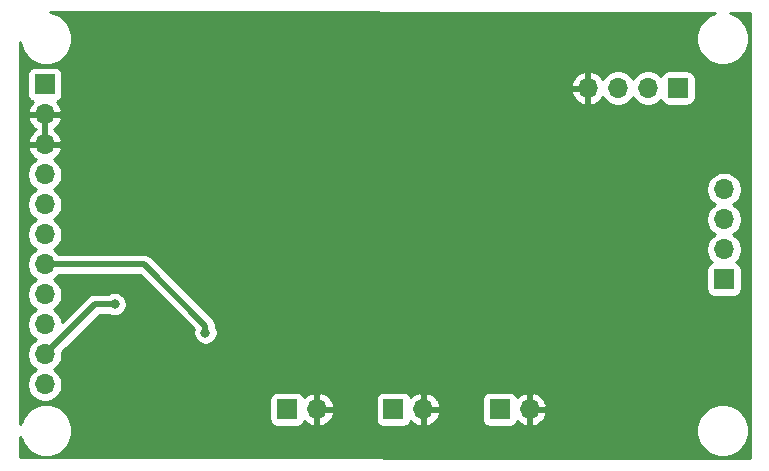
<source format=gbr>
G04 #@! TF.GenerationSoftware,KiCad,Pcbnew,(5.1.5-0-10_14)*
G04 #@! TF.CreationDate,2020-08-05T21:30:17+02:00*
G04 #@! TF.ProjectId,roxie-lcd,726f7869-652d-46c6-9364-2e6b69636164,rev?*
G04 #@! TF.SameCoordinates,Original*
G04 #@! TF.FileFunction,Copper,L2,Bot*
G04 #@! TF.FilePolarity,Positive*
%FSLAX46Y46*%
G04 Gerber Fmt 4.6, Leading zero omitted, Abs format (unit mm)*
G04 Created by KiCad (PCBNEW (5.1.5-0-10_14)) date 2020-08-05 21:30:17*
%MOMM*%
%LPD*%
G04 APERTURE LIST*
%ADD10O,1.700000X1.700000*%
%ADD11R,1.700000X1.700000*%
%ADD12C,0.800000*%
%ADD13C,0.500000*%
%ADD14C,0.254000*%
G04 APERTURE END LIST*
D10*
X90000000Y-45380000D03*
X90000000Y-47920000D03*
X90000000Y-50460000D03*
D11*
X90000000Y-53000000D03*
D10*
X73540000Y-64000000D03*
D11*
X71000000Y-64000000D03*
D10*
X64540000Y-64000000D03*
D11*
X62000000Y-64000000D03*
D10*
X55540000Y-64000000D03*
D11*
X53000000Y-64000000D03*
D10*
X32500000Y-61900000D03*
X32500000Y-59360000D03*
X32500000Y-56820000D03*
X32500000Y-54280000D03*
X32500000Y-51740000D03*
X32500000Y-49200000D03*
X32500000Y-46660000D03*
X32500000Y-44120000D03*
X32500000Y-41580000D03*
X32500000Y-39040000D03*
D11*
X32500000Y-36500000D03*
D10*
X78480000Y-36800000D03*
X81020000Y-36800000D03*
X83560000Y-36800000D03*
D11*
X86100000Y-36800000D03*
D12*
X38400000Y-55100000D03*
X60000000Y-46000000D03*
X60000000Y-49000000D03*
X60000000Y-52000000D03*
X65000000Y-52000000D03*
X65000000Y-49000000D03*
X65000000Y-46000000D03*
X70000000Y-46000000D03*
X70000000Y-49000000D03*
X70000000Y-52000000D03*
X39000000Y-40000000D03*
X43000000Y-40000000D03*
X43000000Y-44000000D03*
X39000000Y-44000000D03*
X39000000Y-48000000D03*
X37000000Y-32000000D03*
X45000000Y-32000000D03*
X53000000Y-32000000D03*
X62000000Y-32000000D03*
X70000000Y-32000000D03*
X79000000Y-32000000D03*
X75000000Y-46000000D03*
X75000000Y-49000000D03*
X90000000Y-38000000D03*
X90000000Y-41200000D03*
X90000000Y-57000000D03*
X90000000Y-62000000D03*
X84000000Y-67000000D03*
X84000000Y-62000000D03*
X78000000Y-62000000D03*
X78000000Y-67000000D03*
X47000000Y-63000000D03*
X47000000Y-67000000D03*
X42000000Y-67000000D03*
X37000000Y-67000000D03*
X75000000Y-37000000D03*
X85000000Y-53000000D03*
X35000000Y-40000000D03*
X35000000Y-44000000D03*
X35000000Y-48000000D03*
X75000000Y-52000000D03*
X79000000Y-46000000D03*
X55000000Y-52000000D03*
X85000000Y-50000000D03*
X42000000Y-63000000D03*
X46100000Y-57500000D03*
D13*
X36760000Y-55100000D02*
X32500000Y-59360000D01*
X38400000Y-55100000D02*
X36760000Y-55100000D01*
X46100000Y-57500000D02*
X46100000Y-56934315D01*
X33702081Y-51740000D02*
X32500000Y-51740000D01*
X46100000Y-56934315D02*
X40905685Y-51740000D01*
X40905685Y-51740000D02*
X33702081Y-51740000D01*
D14*
G36*
X89260959Y-30448327D02*
G01*
X89248075Y-30450890D01*
X88841331Y-30619369D01*
X88475271Y-30863962D01*
X88163962Y-31175271D01*
X87919369Y-31541331D01*
X87750890Y-31948075D01*
X87665000Y-32379872D01*
X87665000Y-32820128D01*
X87750890Y-33251925D01*
X87919369Y-33658669D01*
X88163962Y-34024729D01*
X88475271Y-34336038D01*
X88841331Y-34580631D01*
X89248075Y-34749110D01*
X89679872Y-34835000D01*
X90120128Y-34835000D01*
X90551925Y-34749110D01*
X90958669Y-34580631D01*
X91324729Y-34336038D01*
X91636038Y-34024729D01*
X91880631Y-33658669D01*
X92049110Y-33251925D01*
X92135000Y-32820128D01*
X92135000Y-32379872D01*
X92049110Y-31948075D01*
X91880631Y-31541331D01*
X91636038Y-31175271D01*
X91324729Y-30863962D01*
X90958669Y-30619369D01*
X90551925Y-30450890D01*
X90546855Y-30449881D01*
X92173000Y-30451847D01*
X92173000Y-68147846D01*
X30426833Y-68073153D01*
X30424522Y-66319366D01*
X30450890Y-66451925D01*
X30619369Y-66858669D01*
X30863962Y-67224729D01*
X31175271Y-67536038D01*
X31541331Y-67780631D01*
X31948075Y-67949110D01*
X32379872Y-68035000D01*
X32820128Y-68035000D01*
X33251925Y-67949110D01*
X33658669Y-67780631D01*
X34024729Y-67536038D01*
X34336038Y-67224729D01*
X34580631Y-66858669D01*
X34749110Y-66451925D01*
X34835000Y-66020128D01*
X34835000Y-65579872D01*
X87665000Y-65579872D01*
X87665000Y-66020128D01*
X87750890Y-66451925D01*
X87919369Y-66858669D01*
X88163962Y-67224729D01*
X88475271Y-67536038D01*
X88841331Y-67780631D01*
X89248075Y-67949110D01*
X89679872Y-68035000D01*
X90120128Y-68035000D01*
X90551925Y-67949110D01*
X90958669Y-67780631D01*
X91324729Y-67536038D01*
X91636038Y-67224729D01*
X91880631Y-66858669D01*
X92049110Y-66451925D01*
X92135000Y-66020128D01*
X92135000Y-65579872D01*
X92049110Y-65148075D01*
X91880631Y-64741331D01*
X91636038Y-64375271D01*
X91324729Y-64063962D01*
X90958669Y-63819369D01*
X90551925Y-63650890D01*
X90120128Y-63565000D01*
X89679872Y-63565000D01*
X89248075Y-63650890D01*
X88841331Y-63819369D01*
X88475271Y-64063962D01*
X88163962Y-64375271D01*
X87919369Y-64741331D01*
X87750890Y-65148075D01*
X87665000Y-65579872D01*
X34835000Y-65579872D01*
X34749110Y-65148075D01*
X34580631Y-64741331D01*
X34336038Y-64375271D01*
X34024729Y-64063962D01*
X33658669Y-63819369D01*
X33251925Y-63650890D01*
X32820128Y-63565000D01*
X32379872Y-63565000D01*
X31948075Y-63650890D01*
X31541331Y-63819369D01*
X31175271Y-64063962D01*
X30863962Y-64375271D01*
X30619369Y-64741331D01*
X30450890Y-65148075D01*
X30423163Y-65287469D01*
X30395082Y-43973740D01*
X31015000Y-43973740D01*
X31015000Y-44266260D01*
X31072068Y-44553158D01*
X31184010Y-44823411D01*
X31346525Y-45066632D01*
X31553368Y-45273475D01*
X31727760Y-45390000D01*
X31553368Y-45506525D01*
X31346525Y-45713368D01*
X31184010Y-45956589D01*
X31072068Y-46226842D01*
X31015000Y-46513740D01*
X31015000Y-46806260D01*
X31072068Y-47093158D01*
X31184010Y-47363411D01*
X31346525Y-47606632D01*
X31553368Y-47813475D01*
X31727760Y-47930000D01*
X31553368Y-48046525D01*
X31346525Y-48253368D01*
X31184010Y-48496589D01*
X31072068Y-48766842D01*
X31015000Y-49053740D01*
X31015000Y-49346260D01*
X31072068Y-49633158D01*
X31184010Y-49903411D01*
X31346525Y-50146632D01*
X31553368Y-50353475D01*
X31727760Y-50470000D01*
X31553368Y-50586525D01*
X31346525Y-50793368D01*
X31184010Y-51036589D01*
X31072068Y-51306842D01*
X31015000Y-51593740D01*
X31015000Y-51886260D01*
X31072068Y-52173158D01*
X31184010Y-52443411D01*
X31346525Y-52686632D01*
X31553368Y-52893475D01*
X31727760Y-53010000D01*
X31553368Y-53126525D01*
X31346525Y-53333368D01*
X31184010Y-53576589D01*
X31072068Y-53846842D01*
X31015000Y-54133740D01*
X31015000Y-54426260D01*
X31072068Y-54713158D01*
X31184010Y-54983411D01*
X31346525Y-55226632D01*
X31553368Y-55433475D01*
X31727760Y-55550000D01*
X31553368Y-55666525D01*
X31346525Y-55873368D01*
X31184010Y-56116589D01*
X31072068Y-56386842D01*
X31015000Y-56673740D01*
X31015000Y-56966260D01*
X31072068Y-57253158D01*
X31184010Y-57523411D01*
X31346525Y-57766632D01*
X31553368Y-57973475D01*
X31727760Y-58090000D01*
X31553368Y-58206525D01*
X31346525Y-58413368D01*
X31184010Y-58656589D01*
X31072068Y-58926842D01*
X31015000Y-59213740D01*
X31015000Y-59506260D01*
X31072068Y-59793158D01*
X31184010Y-60063411D01*
X31346525Y-60306632D01*
X31553368Y-60513475D01*
X31727760Y-60630000D01*
X31553368Y-60746525D01*
X31346525Y-60953368D01*
X31184010Y-61196589D01*
X31072068Y-61466842D01*
X31015000Y-61753740D01*
X31015000Y-62046260D01*
X31072068Y-62333158D01*
X31184010Y-62603411D01*
X31346525Y-62846632D01*
X31553368Y-63053475D01*
X31796589Y-63215990D01*
X32066842Y-63327932D01*
X32353740Y-63385000D01*
X32646260Y-63385000D01*
X32933158Y-63327932D01*
X33203411Y-63215990D01*
X33302172Y-63150000D01*
X51511928Y-63150000D01*
X51511928Y-64850000D01*
X51524188Y-64974482D01*
X51560498Y-65094180D01*
X51619463Y-65204494D01*
X51698815Y-65301185D01*
X51795506Y-65380537D01*
X51905820Y-65439502D01*
X52025518Y-65475812D01*
X52150000Y-65488072D01*
X53850000Y-65488072D01*
X53974482Y-65475812D01*
X54094180Y-65439502D01*
X54204494Y-65380537D01*
X54301185Y-65301185D01*
X54380537Y-65204494D01*
X54439502Y-65094180D01*
X54463966Y-65013534D01*
X54539731Y-65097588D01*
X54773080Y-65271641D01*
X55035901Y-65396825D01*
X55183110Y-65441476D01*
X55413000Y-65320155D01*
X55413000Y-64127000D01*
X55667000Y-64127000D01*
X55667000Y-65320155D01*
X55896890Y-65441476D01*
X56044099Y-65396825D01*
X56306920Y-65271641D01*
X56540269Y-65097588D01*
X56735178Y-64881355D01*
X56884157Y-64631252D01*
X56981481Y-64356891D01*
X56860814Y-64127000D01*
X55667000Y-64127000D01*
X55413000Y-64127000D01*
X55393000Y-64127000D01*
X55393000Y-63873000D01*
X55413000Y-63873000D01*
X55413000Y-62679845D01*
X55667000Y-62679845D01*
X55667000Y-63873000D01*
X56860814Y-63873000D01*
X56981481Y-63643109D01*
X56884157Y-63368748D01*
X56753856Y-63150000D01*
X60511928Y-63150000D01*
X60511928Y-64850000D01*
X60524188Y-64974482D01*
X60560498Y-65094180D01*
X60619463Y-65204494D01*
X60698815Y-65301185D01*
X60795506Y-65380537D01*
X60905820Y-65439502D01*
X61025518Y-65475812D01*
X61150000Y-65488072D01*
X62850000Y-65488072D01*
X62974482Y-65475812D01*
X63094180Y-65439502D01*
X63204494Y-65380537D01*
X63301185Y-65301185D01*
X63380537Y-65204494D01*
X63439502Y-65094180D01*
X63463966Y-65013534D01*
X63539731Y-65097588D01*
X63773080Y-65271641D01*
X64035901Y-65396825D01*
X64183110Y-65441476D01*
X64413000Y-65320155D01*
X64413000Y-64127000D01*
X64667000Y-64127000D01*
X64667000Y-65320155D01*
X64896890Y-65441476D01*
X65044099Y-65396825D01*
X65306920Y-65271641D01*
X65540269Y-65097588D01*
X65735178Y-64881355D01*
X65884157Y-64631252D01*
X65981481Y-64356891D01*
X65860814Y-64127000D01*
X64667000Y-64127000D01*
X64413000Y-64127000D01*
X64393000Y-64127000D01*
X64393000Y-63873000D01*
X64413000Y-63873000D01*
X64413000Y-62679845D01*
X64667000Y-62679845D01*
X64667000Y-63873000D01*
X65860814Y-63873000D01*
X65981481Y-63643109D01*
X65884157Y-63368748D01*
X65753856Y-63150000D01*
X69511928Y-63150000D01*
X69511928Y-64850000D01*
X69524188Y-64974482D01*
X69560498Y-65094180D01*
X69619463Y-65204494D01*
X69698815Y-65301185D01*
X69795506Y-65380537D01*
X69905820Y-65439502D01*
X70025518Y-65475812D01*
X70150000Y-65488072D01*
X71850000Y-65488072D01*
X71974482Y-65475812D01*
X72094180Y-65439502D01*
X72204494Y-65380537D01*
X72301185Y-65301185D01*
X72380537Y-65204494D01*
X72439502Y-65094180D01*
X72463966Y-65013534D01*
X72539731Y-65097588D01*
X72773080Y-65271641D01*
X73035901Y-65396825D01*
X73183110Y-65441476D01*
X73413000Y-65320155D01*
X73413000Y-64127000D01*
X73667000Y-64127000D01*
X73667000Y-65320155D01*
X73896890Y-65441476D01*
X74044099Y-65396825D01*
X74306920Y-65271641D01*
X74540269Y-65097588D01*
X74735178Y-64881355D01*
X74884157Y-64631252D01*
X74981481Y-64356891D01*
X74860814Y-64127000D01*
X73667000Y-64127000D01*
X73413000Y-64127000D01*
X73393000Y-64127000D01*
X73393000Y-63873000D01*
X73413000Y-63873000D01*
X73413000Y-62679845D01*
X73667000Y-62679845D01*
X73667000Y-63873000D01*
X74860814Y-63873000D01*
X74981481Y-63643109D01*
X74884157Y-63368748D01*
X74735178Y-63118645D01*
X74540269Y-62902412D01*
X74306920Y-62728359D01*
X74044099Y-62603175D01*
X73896890Y-62558524D01*
X73667000Y-62679845D01*
X73413000Y-62679845D01*
X73183110Y-62558524D01*
X73035901Y-62603175D01*
X72773080Y-62728359D01*
X72539731Y-62902412D01*
X72463966Y-62986466D01*
X72439502Y-62905820D01*
X72380537Y-62795506D01*
X72301185Y-62698815D01*
X72204494Y-62619463D01*
X72094180Y-62560498D01*
X71974482Y-62524188D01*
X71850000Y-62511928D01*
X70150000Y-62511928D01*
X70025518Y-62524188D01*
X69905820Y-62560498D01*
X69795506Y-62619463D01*
X69698815Y-62698815D01*
X69619463Y-62795506D01*
X69560498Y-62905820D01*
X69524188Y-63025518D01*
X69511928Y-63150000D01*
X65753856Y-63150000D01*
X65735178Y-63118645D01*
X65540269Y-62902412D01*
X65306920Y-62728359D01*
X65044099Y-62603175D01*
X64896890Y-62558524D01*
X64667000Y-62679845D01*
X64413000Y-62679845D01*
X64183110Y-62558524D01*
X64035901Y-62603175D01*
X63773080Y-62728359D01*
X63539731Y-62902412D01*
X63463966Y-62986466D01*
X63439502Y-62905820D01*
X63380537Y-62795506D01*
X63301185Y-62698815D01*
X63204494Y-62619463D01*
X63094180Y-62560498D01*
X62974482Y-62524188D01*
X62850000Y-62511928D01*
X61150000Y-62511928D01*
X61025518Y-62524188D01*
X60905820Y-62560498D01*
X60795506Y-62619463D01*
X60698815Y-62698815D01*
X60619463Y-62795506D01*
X60560498Y-62905820D01*
X60524188Y-63025518D01*
X60511928Y-63150000D01*
X56753856Y-63150000D01*
X56735178Y-63118645D01*
X56540269Y-62902412D01*
X56306920Y-62728359D01*
X56044099Y-62603175D01*
X55896890Y-62558524D01*
X55667000Y-62679845D01*
X55413000Y-62679845D01*
X55183110Y-62558524D01*
X55035901Y-62603175D01*
X54773080Y-62728359D01*
X54539731Y-62902412D01*
X54463966Y-62986466D01*
X54439502Y-62905820D01*
X54380537Y-62795506D01*
X54301185Y-62698815D01*
X54204494Y-62619463D01*
X54094180Y-62560498D01*
X53974482Y-62524188D01*
X53850000Y-62511928D01*
X52150000Y-62511928D01*
X52025518Y-62524188D01*
X51905820Y-62560498D01*
X51795506Y-62619463D01*
X51698815Y-62698815D01*
X51619463Y-62795506D01*
X51560498Y-62905820D01*
X51524188Y-63025518D01*
X51511928Y-63150000D01*
X33302172Y-63150000D01*
X33446632Y-63053475D01*
X33653475Y-62846632D01*
X33815990Y-62603411D01*
X33927932Y-62333158D01*
X33985000Y-62046260D01*
X33985000Y-61753740D01*
X33927932Y-61466842D01*
X33815990Y-61196589D01*
X33653475Y-60953368D01*
X33446632Y-60746525D01*
X33272240Y-60630000D01*
X33446632Y-60513475D01*
X33653475Y-60306632D01*
X33815990Y-60063411D01*
X33927932Y-59793158D01*
X33985000Y-59506260D01*
X33985000Y-59213740D01*
X33970539Y-59141039D01*
X37126579Y-55985000D01*
X37861546Y-55985000D01*
X37909744Y-56017205D01*
X38098102Y-56095226D01*
X38298061Y-56135000D01*
X38501939Y-56135000D01*
X38701898Y-56095226D01*
X38890256Y-56017205D01*
X39059774Y-55903937D01*
X39203937Y-55759774D01*
X39317205Y-55590256D01*
X39395226Y-55401898D01*
X39435000Y-55201939D01*
X39435000Y-54998061D01*
X39395226Y-54798102D01*
X39317205Y-54609744D01*
X39203937Y-54440226D01*
X39059774Y-54296063D01*
X38890256Y-54182795D01*
X38701898Y-54104774D01*
X38501939Y-54065000D01*
X38298061Y-54065000D01*
X38098102Y-54104774D01*
X37909744Y-54182795D01*
X37861546Y-54215000D01*
X36803469Y-54215000D01*
X36760000Y-54210719D01*
X36716531Y-54215000D01*
X36716523Y-54215000D01*
X36586510Y-54227805D01*
X36419687Y-54278411D01*
X36265941Y-54360589D01*
X36164953Y-54443468D01*
X36164951Y-54443470D01*
X36131183Y-54471183D01*
X36103470Y-54504951D01*
X33976652Y-56631770D01*
X33927932Y-56386842D01*
X33815990Y-56116589D01*
X33653475Y-55873368D01*
X33446632Y-55666525D01*
X33272240Y-55550000D01*
X33446632Y-55433475D01*
X33653475Y-55226632D01*
X33815990Y-54983411D01*
X33927932Y-54713158D01*
X33985000Y-54426260D01*
X33985000Y-54133740D01*
X33927932Y-53846842D01*
X33815990Y-53576589D01*
X33653475Y-53333368D01*
X33446632Y-53126525D01*
X33272240Y-53010000D01*
X33446632Y-52893475D01*
X33653475Y-52686632D01*
X33694656Y-52625000D01*
X40539107Y-52625000D01*
X45106951Y-57192845D01*
X45104774Y-57198102D01*
X45065000Y-57398061D01*
X45065000Y-57601939D01*
X45104774Y-57801898D01*
X45182795Y-57990256D01*
X45296063Y-58159774D01*
X45440226Y-58303937D01*
X45609744Y-58417205D01*
X45798102Y-58495226D01*
X45998061Y-58535000D01*
X46201939Y-58535000D01*
X46401898Y-58495226D01*
X46590256Y-58417205D01*
X46759774Y-58303937D01*
X46903937Y-58159774D01*
X47017205Y-57990256D01*
X47095226Y-57801898D01*
X47135000Y-57601939D01*
X47135000Y-57398061D01*
X47095226Y-57198102D01*
X47017205Y-57009744D01*
X46986394Y-56963632D01*
X46989281Y-56934315D01*
X46985000Y-56890846D01*
X46985000Y-56890838D01*
X46972195Y-56760825D01*
X46921589Y-56594002D01*
X46839411Y-56440256D01*
X46728817Y-56305498D01*
X46695049Y-56277785D01*
X42567264Y-52150000D01*
X88511928Y-52150000D01*
X88511928Y-53850000D01*
X88524188Y-53974482D01*
X88560498Y-54094180D01*
X88619463Y-54204494D01*
X88698815Y-54301185D01*
X88795506Y-54380537D01*
X88905820Y-54439502D01*
X89025518Y-54475812D01*
X89150000Y-54488072D01*
X90850000Y-54488072D01*
X90974482Y-54475812D01*
X91094180Y-54439502D01*
X91204494Y-54380537D01*
X91301185Y-54301185D01*
X91380537Y-54204494D01*
X91439502Y-54094180D01*
X91475812Y-53974482D01*
X91488072Y-53850000D01*
X91488072Y-52150000D01*
X91475812Y-52025518D01*
X91439502Y-51905820D01*
X91380537Y-51795506D01*
X91301185Y-51698815D01*
X91204494Y-51619463D01*
X91094180Y-51560498D01*
X91021620Y-51538487D01*
X91153475Y-51406632D01*
X91315990Y-51163411D01*
X91427932Y-50893158D01*
X91485000Y-50606260D01*
X91485000Y-50313740D01*
X91427932Y-50026842D01*
X91315990Y-49756589D01*
X91153475Y-49513368D01*
X90946632Y-49306525D01*
X90772240Y-49190000D01*
X90946632Y-49073475D01*
X91153475Y-48866632D01*
X91315990Y-48623411D01*
X91427932Y-48353158D01*
X91485000Y-48066260D01*
X91485000Y-47773740D01*
X91427932Y-47486842D01*
X91315990Y-47216589D01*
X91153475Y-46973368D01*
X90946632Y-46766525D01*
X90772240Y-46650000D01*
X90946632Y-46533475D01*
X91153475Y-46326632D01*
X91315990Y-46083411D01*
X91427932Y-45813158D01*
X91485000Y-45526260D01*
X91485000Y-45233740D01*
X91427932Y-44946842D01*
X91315990Y-44676589D01*
X91153475Y-44433368D01*
X90946632Y-44226525D01*
X90703411Y-44064010D01*
X90433158Y-43952068D01*
X90146260Y-43895000D01*
X89853740Y-43895000D01*
X89566842Y-43952068D01*
X89296589Y-44064010D01*
X89053368Y-44226525D01*
X88846525Y-44433368D01*
X88684010Y-44676589D01*
X88572068Y-44946842D01*
X88515000Y-45233740D01*
X88515000Y-45526260D01*
X88572068Y-45813158D01*
X88684010Y-46083411D01*
X88846525Y-46326632D01*
X89053368Y-46533475D01*
X89227760Y-46650000D01*
X89053368Y-46766525D01*
X88846525Y-46973368D01*
X88684010Y-47216589D01*
X88572068Y-47486842D01*
X88515000Y-47773740D01*
X88515000Y-48066260D01*
X88572068Y-48353158D01*
X88684010Y-48623411D01*
X88846525Y-48866632D01*
X89053368Y-49073475D01*
X89227760Y-49190000D01*
X89053368Y-49306525D01*
X88846525Y-49513368D01*
X88684010Y-49756589D01*
X88572068Y-50026842D01*
X88515000Y-50313740D01*
X88515000Y-50606260D01*
X88572068Y-50893158D01*
X88684010Y-51163411D01*
X88846525Y-51406632D01*
X88978380Y-51538487D01*
X88905820Y-51560498D01*
X88795506Y-51619463D01*
X88698815Y-51698815D01*
X88619463Y-51795506D01*
X88560498Y-51905820D01*
X88524188Y-52025518D01*
X88511928Y-52150000D01*
X42567264Y-52150000D01*
X41562219Y-51144956D01*
X41534502Y-51111183D01*
X41399744Y-51000589D01*
X41245998Y-50918411D01*
X41079175Y-50867805D01*
X40949162Y-50855000D01*
X40949154Y-50855000D01*
X40905685Y-50850719D01*
X40862216Y-50855000D01*
X33694656Y-50855000D01*
X33653475Y-50793368D01*
X33446632Y-50586525D01*
X33272240Y-50470000D01*
X33446632Y-50353475D01*
X33653475Y-50146632D01*
X33815990Y-49903411D01*
X33927932Y-49633158D01*
X33985000Y-49346260D01*
X33985000Y-49053740D01*
X33927932Y-48766842D01*
X33815990Y-48496589D01*
X33653475Y-48253368D01*
X33446632Y-48046525D01*
X33272240Y-47930000D01*
X33446632Y-47813475D01*
X33653475Y-47606632D01*
X33815990Y-47363411D01*
X33927932Y-47093158D01*
X33985000Y-46806260D01*
X33985000Y-46513740D01*
X33927932Y-46226842D01*
X33815990Y-45956589D01*
X33653475Y-45713368D01*
X33446632Y-45506525D01*
X33272240Y-45390000D01*
X33446632Y-45273475D01*
X33653475Y-45066632D01*
X33815990Y-44823411D01*
X33927932Y-44553158D01*
X33985000Y-44266260D01*
X33985000Y-43973740D01*
X33927932Y-43686842D01*
X33815990Y-43416589D01*
X33653475Y-43173368D01*
X33446632Y-42966525D01*
X33264466Y-42844805D01*
X33381355Y-42775178D01*
X33597588Y-42580269D01*
X33771641Y-42346920D01*
X33896825Y-42084099D01*
X33941476Y-41936890D01*
X33820155Y-41707000D01*
X32627000Y-41707000D01*
X32627000Y-41727000D01*
X32373000Y-41727000D01*
X32373000Y-41707000D01*
X31179845Y-41707000D01*
X31058524Y-41936890D01*
X31103175Y-42084099D01*
X31228359Y-42346920D01*
X31402412Y-42580269D01*
X31618645Y-42775178D01*
X31735534Y-42844805D01*
X31553368Y-42966525D01*
X31346525Y-43173368D01*
X31184010Y-43416589D01*
X31072068Y-43686842D01*
X31015000Y-43973740D01*
X30395082Y-43973740D01*
X30389052Y-39396890D01*
X31058524Y-39396890D01*
X31103175Y-39544099D01*
X31228359Y-39806920D01*
X31402412Y-40040269D01*
X31618645Y-40235178D01*
X31744255Y-40310000D01*
X31618645Y-40384822D01*
X31402412Y-40579731D01*
X31228359Y-40813080D01*
X31103175Y-41075901D01*
X31058524Y-41223110D01*
X31179845Y-41453000D01*
X32373000Y-41453000D01*
X32373000Y-39167000D01*
X32627000Y-39167000D01*
X32627000Y-41453000D01*
X33820155Y-41453000D01*
X33941476Y-41223110D01*
X33896825Y-41075901D01*
X33771641Y-40813080D01*
X33597588Y-40579731D01*
X33381355Y-40384822D01*
X33255745Y-40310000D01*
X33381355Y-40235178D01*
X33597588Y-40040269D01*
X33771641Y-39806920D01*
X33896825Y-39544099D01*
X33941476Y-39396890D01*
X33820155Y-39167000D01*
X32627000Y-39167000D01*
X32373000Y-39167000D01*
X31179845Y-39167000D01*
X31058524Y-39396890D01*
X30389052Y-39396890D01*
X30384115Y-35650000D01*
X31011928Y-35650000D01*
X31011928Y-37350000D01*
X31024188Y-37474482D01*
X31060498Y-37594180D01*
X31119463Y-37704494D01*
X31198815Y-37801185D01*
X31295506Y-37880537D01*
X31405820Y-37939502D01*
X31486466Y-37963966D01*
X31402412Y-38039731D01*
X31228359Y-38273080D01*
X31103175Y-38535901D01*
X31058524Y-38683110D01*
X31179845Y-38913000D01*
X32373000Y-38913000D01*
X32373000Y-38893000D01*
X32627000Y-38893000D01*
X32627000Y-38913000D01*
X33820155Y-38913000D01*
X33941476Y-38683110D01*
X33896825Y-38535901D01*
X33771641Y-38273080D01*
X33597588Y-38039731D01*
X33513534Y-37963966D01*
X33594180Y-37939502D01*
X33704494Y-37880537D01*
X33801185Y-37801185D01*
X33880537Y-37704494D01*
X33939502Y-37594180D01*
X33975812Y-37474482D01*
X33988072Y-37350000D01*
X33988072Y-37156891D01*
X77038519Y-37156891D01*
X77135843Y-37431252D01*
X77284822Y-37681355D01*
X77479731Y-37897588D01*
X77713080Y-38071641D01*
X77975901Y-38196825D01*
X78123110Y-38241476D01*
X78353000Y-38120155D01*
X78353000Y-36927000D01*
X77159186Y-36927000D01*
X77038519Y-37156891D01*
X33988072Y-37156891D01*
X33988072Y-36443109D01*
X77038519Y-36443109D01*
X77159186Y-36673000D01*
X78353000Y-36673000D01*
X78353000Y-35479845D01*
X78607000Y-35479845D01*
X78607000Y-36673000D01*
X78627000Y-36673000D01*
X78627000Y-36927000D01*
X78607000Y-36927000D01*
X78607000Y-38120155D01*
X78836890Y-38241476D01*
X78984099Y-38196825D01*
X79246920Y-38071641D01*
X79480269Y-37897588D01*
X79675178Y-37681355D01*
X79744805Y-37564466D01*
X79866525Y-37746632D01*
X80073368Y-37953475D01*
X80316589Y-38115990D01*
X80586842Y-38227932D01*
X80873740Y-38285000D01*
X81166260Y-38285000D01*
X81453158Y-38227932D01*
X81723411Y-38115990D01*
X81966632Y-37953475D01*
X82173475Y-37746632D01*
X82290000Y-37572240D01*
X82406525Y-37746632D01*
X82613368Y-37953475D01*
X82856589Y-38115990D01*
X83126842Y-38227932D01*
X83413740Y-38285000D01*
X83706260Y-38285000D01*
X83993158Y-38227932D01*
X84263411Y-38115990D01*
X84506632Y-37953475D01*
X84638487Y-37821620D01*
X84660498Y-37894180D01*
X84719463Y-38004494D01*
X84798815Y-38101185D01*
X84895506Y-38180537D01*
X85005820Y-38239502D01*
X85125518Y-38275812D01*
X85250000Y-38288072D01*
X86950000Y-38288072D01*
X87074482Y-38275812D01*
X87194180Y-38239502D01*
X87304494Y-38180537D01*
X87401185Y-38101185D01*
X87480537Y-38004494D01*
X87539502Y-37894180D01*
X87575812Y-37774482D01*
X87588072Y-37650000D01*
X87588072Y-35950000D01*
X87575812Y-35825518D01*
X87539502Y-35705820D01*
X87480537Y-35595506D01*
X87401185Y-35498815D01*
X87304494Y-35419463D01*
X87194180Y-35360498D01*
X87074482Y-35324188D01*
X86950000Y-35311928D01*
X85250000Y-35311928D01*
X85125518Y-35324188D01*
X85005820Y-35360498D01*
X84895506Y-35419463D01*
X84798815Y-35498815D01*
X84719463Y-35595506D01*
X84660498Y-35705820D01*
X84638487Y-35778380D01*
X84506632Y-35646525D01*
X84263411Y-35484010D01*
X83993158Y-35372068D01*
X83706260Y-35315000D01*
X83413740Y-35315000D01*
X83126842Y-35372068D01*
X82856589Y-35484010D01*
X82613368Y-35646525D01*
X82406525Y-35853368D01*
X82290000Y-36027760D01*
X82173475Y-35853368D01*
X81966632Y-35646525D01*
X81723411Y-35484010D01*
X81453158Y-35372068D01*
X81166260Y-35315000D01*
X80873740Y-35315000D01*
X80586842Y-35372068D01*
X80316589Y-35484010D01*
X80073368Y-35646525D01*
X79866525Y-35853368D01*
X79744805Y-36035534D01*
X79675178Y-35918645D01*
X79480269Y-35702412D01*
X79246920Y-35528359D01*
X78984099Y-35403175D01*
X78836890Y-35358524D01*
X78607000Y-35479845D01*
X78353000Y-35479845D01*
X78123110Y-35358524D01*
X77975901Y-35403175D01*
X77713080Y-35528359D01*
X77479731Y-35702412D01*
X77284822Y-35918645D01*
X77135843Y-36168748D01*
X77038519Y-36443109D01*
X33988072Y-36443109D01*
X33988072Y-35650000D01*
X33975812Y-35525518D01*
X33939502Y-35405820D01*
X33880537Y-35295506D01*
X33801185Y-35198815D01*
X33704494Y-35119463D01*
X33594180Y-35060498D01*
X33474482Y-35024188D01*
X33350000Y-35011928D01*
X31650000Y-35011928D01*
X31525518Y-35024188D01*
X31405820Y-35060498D01*
X31295506Y-35119463D01*
X31198815Y-35198815D01*
X31119463Y-35295506D01*
X31060498Y-35405820D01*
X31024188Y-35525518D01*
X31011928Y-35650000D01*
X30384115Y-35650000D01*
X30380489Y-32897997D01*
X30450890Y-33251925D01*
X30619369Y-33658669D01*
X30863962Y-34024729D01*
X31175271Y-34336038D01*
X31541331Y-34580631D01*
X31948075Y-34749110D01*
X32379872Y-34835000D01*
X32820128Y-34835000D01*
X33251925Y-34749110D01*
X33658669Y-34580631D01*
X34024729Y-34336038D01*
X34336038Y-34024729D01*
X34580631Y-33658669D01*
X34749110Y-33251925D01*
X34835000Y-32820128D01*
X34835000Y-32379872D01*
X34749110Y-31948075D01*
X34580631Y-31541331D01*
X34336038Y-31175271D01*
X34024729Y-30863962D01*
X33658669Y-30619369D01*
X33251925Y-30450890D01*
X32896539Y-30380199D01*
X89260959Y-30448327D01*
G37*
X89260959Y-30448327D02*
X89248075Y-30450890D01*
X88841331Y-30619369D01*
X88475271Y-30863962D01*
X88163962Y-31175271D01*
X87919369Y-31541331D01*
X87750890Y-31948075D01*
X87665000Y-32379872D01*
X87665000Y-32820128D01*
X87750890Y-33251925D01*
X87919369Y-33658669D01*
X88163962Y-34024729D01*
X88475271Y-34336038D01*
X88841331Y-34580631D01*
X89248075Y-34749110D01*
X89679872Y-34835000D01*
X90120128Y-34835000D01*
X90551925Y-34749110D01*
X90958669Y-34580631D01*
X91324729Y-34336038D01*
X91636038Y-34024729D01*
X91880631Y-33658669D01*
X92049110Y-33251925D01*
X92135000Y-32820128D01*
X92135000Y-32379872D01*
X92049110Y-31948075D01*
X91880631Y-31541331D01*
X91636038Y-31175271D01*
X91324729Y-30863962D01*
X90958669Y-30619369D01*
X90551925Y-30450890D01*
X90546855Y-30449881D01*
X92173000Y-30451847D01*
X92173000Y-68147846D01*
X30426833Y-68073153D01*
X30424522Y-66319366D01*
X30450890Y-66451925D01*
X30619369Y-66858669D01*
X30863962Y-67224729D01*
X31175271Y-67536038D01*
X31541331Y-67780631D01*
X31948075Y-67949110D01*
X32379872Y-68035000D01*
X32820128Y-68035000D01*
X33251925Y-67949110D01*
X33658669Y-67780631D01*
X34024729Y-67536038D01*
X34336038Y-67224729D01*
X34580631Y-66858669D01*
X34749110Y-66451925D01*
X34835000Y-66020128D01*
X34835000Y-65579872D01*
X87665000Y-65579872D01*
X87665000Y-66020128D01*
X87750890Y-66451925D01*
X87919369Y-66858669D01*
X88163962Y-67224729D01*
X88475271Y-67536038D01*
X88841331Y-67780631D01*
X89248075Y-67949110D01*
X89679872Y-68035000D01*
X90120128Y-68035000D01*
X90551925Y-67949110D01*
X90958669Y-67780631D01*
X91324729Y-67536038D01*
X91636038Y-67224729D01*
X91880631Y-66858669D01*
X92049110Y-66451925D01*
X92135000Y-66020128D01*
X92135000Y-65579872D01*
X92049110Y-65148075D01*
X91880631Y-64741331D01*
X91636038Y-64375271D01*
X91324729Y-64063962D01*
X90958669Y-63819369D01*
X90551925Y-63650890D01*
X90120128Y-63565000D01*
X89679872Y-63565000D01*
X89248075Y-63650890D01*
X88841331Y-63819369D01*
X88475271Y-64063962D01*
X88163962Y-64375271D01*
X87919369Y-64741331D01*
X87750890Y-65148075D01*
X87665000Y-65579872D01*
X34835000Y-65579872D01*
X34749110Y-65148075D01*
X34580631Y-64741331D01*
X34336038Y-64375271D01*
X34024729Y-64063962D01*
X33658669Y-63819369D01*
X33251925Y-63650890D01*
X32820128Y-63565000D01*
X32379872Y-63565000D01*
X31948075Y-63650890D01*
X31541331Y-63819369D01*
X31175271Y-64063962D01*
X30863962Y-64375271D01*
X30619369Y-64741331D01*
X30450890Y-65148075D01*
X30423163Y-65287469D01*
X30395082Y-43973740D01*
X31015000Y-43973740D01*
X31015000Y-44266260D01*
X31072068Y-44553158D01*
X31184010Y-44823411D01*
X31346525Y-45066632D01*
X31553368Y-45273475D01*
X31727760Y-45390000D01*
X31553368Y-45506525D01*
X31346525Y-45713368D01*
X31184010Y-45956589D01*
X31072068Y-46226842D01*
X31015000Y-46513740D01*
X31015000Y-46806260D01*
X31072068Y-47093158D01*
X31184010Y-47363411D01*
X31346525Y-47606632D01*
X31553368Y-47813475D01*
X31727760Y-47930000D01*
X31553368Y-48046525D01*
X31346525Y-48253368D01*
X31184010Y-48496589D01*
X31072068Y-48766842D01*
X31015000Y-49053740D01*
X31015000Y-49346260D01*
X31072068Y-49633158D01*
X31184010Y-49903411D01*
X31346525Y-50146632D01*
X31553368Y-50353475D01*
X31727760Y-50470000D01*
X31553368Y-50586525D01*
X31346525Y-50793368D01*
X31184010Y-51036589D01*
X31072068Y-51306842D01*
X31015000Y-51593740D01*
X31015000Y-51886260D01*
X31072068Y-52173158D01*
X31184010Y-52443411D01*
X31346525Y-52686632D01*
X31553368Y-52893475D01*
X31727760Y-53010000D01*
X31553368Y-53126525D01*
X31346525Y-53333368D01*
X31184010Y-53576589D01*
X31072068Y-53846842D01*
X31015000Y-54133740D01*
X31015000Y-54426260D01*
X31072068Y-54713158D01*
X31184010Y-54983411D01*
X31346525Y-55226632D01*
X31553368Y-55433475D01*
X31727760Y-55550000D01*
X31553368Y-55666525D01*
X31346525Y-55873368D01*
X31184010Y-56116589D01*
X31072068Y-56386842D01*
X31015000Y-56673740D01*
X31015000Y-56966260D01*
X31072068Y-57253158D01*
X31184010Y-57523411D01*
X31346525Y-57766632D01*
X31553368Y-57973475D01*
X31727760Y-58090000D01*
X31553368Y-58206525D01*
X31346525Y-58413368D01*
X31184010Y-58656589D01*
X31072068Y-58926842D01*
X31015000Y-59213740D01*
X31015000Y-59506260D01*
X31072068Y-59793158D01*
X31184010Y-60063411D01*
X31346525Y-60306632D01*
X31553368Y-60513475D01*
X31727760Y-60630000D01*
X31553368Y-60746525D01*
X31346525Y-60953368D01*
X31184010Y-61196589D01*
X31072068Y-61466842D01*
X31015000Y-61753740D01*
X31015000Y-62046260D01*
X31072068Y-62333158D01*
X31184010Y-62603411D01*
X31346525Y-62846632D01*
X31553368Y-63053475D01*
X31796589Y-63215990D01*
X32066842Y-63327932D01*
X32353740Y-63385000D01*
X32646260Y-63385000D01*
X32933158Y-63327932D01*
X33203411Y-63215990D01*
X33302172Y-63150000D01*
X51511928Y-63150000D01*
X51511928Y-64850000D01*
X51524188Y-64974482D01*
X51560498Y-65094180D01*
X51619463Y-65204494D01*
X51698815Y-65301185D01*
X51795506Y-65380537D01*
X51905820Y-65439502D01*
X52025518Y-65475812D01*
X52150000Y-65488072D01*
X53850000Y-65488072D01*
X53974482Y-65475812D01*
X54094180Y-65439502D01*
X54204494Y-65380537D01*
X54301185Y-65301185D01*
X54380537Y-65204494D01*
X54439502Y-65094180D01*
X54463966Y-65013534D01*
X54539731Y-65097588D01*
X54773080Y-65271641D01*
X55035901Y-65396825D01*
X55183110Y-65441476D01*
X55413000Y-65320155D01*
X55413000Y-64127000D01*
X55667000Y-64127000D01*
X55667000Y-65320155D01*
X55896890Y-65441476D01*
X56044099Y-65396825D01*
X56306920Y-65271641D01*
X56540269Y-65097588D01*
X56735178Y-64881355D01*
X56884157Y-64631252D01*
X56981481Y-64356891D01*
X56860814Y-64127000D01*
X55667000Y-64127000D01*
X55413000Y-64127000D01*
X55393000Y-64127000D01*
X55393000Y-63873000D01*
X55413000Y-63873000D01*
X55413000Y-62679845D01*
X55667000Y-62679845D01*
X55667000Y-63873000D01*
X56860814Y-63873000D01*
X56981481Y-63643109D01*
X56884157Y-63368748D01*
X56753856Y-63150000D01*
X60511928Y-63150000D01*
X60511928Y-64850000D01*
X60524188Y-64974482D01*
X60560498Y-65094180D01*
X60619463Y-65204494D01*
X60698815Y-65301185D01*
X60795506Y-65380537D01*
X60905820Y-65439502D01*
X61025518Y-65475812D01*
X61150000Y-65488072D01*
X62850000Y-65488072D01*
X62974482Y-65475812D01*
X63094180Y-65439502D01*
X63204494Y-65380537D01*
X63301185Y-65301185D01*
X63380537Y-65204494D01*
X63439502Y-65094180D01*
X63463966Y-65013534D01*
X63539731Y-65097588D01*
X63773080Y-65271641D01*
X64035901Y-65396825D01*
X64183110Y-65441476D01*
X64413000Y-65320155D01*
X64413000Y-64127000D01*
X64667000Y-64127000D01*
X64667000Y-65320155D01*
X64896890Y-65441476D01*
X65044099Y-65396825D01*
X65306920Y-65271641D01*
X65540269Y-65097588D01*
X65735178Y-64881355D01*
X65884157Y-64631252D01*
X65981481Y-64356891D01*
X65860814Y-64127000D01*
X64667000Y-64127000D01*
X64413000Y-64127000D01*
X64393000Y-64127000D01*
X64393000Y-63873000D01*
X64413000Y-63873000D01*
X64413000Y-62679845D01*
X64667000Y-62679845D01*
X64667000Y-63873000D01*
X65860814Y-63873000D01*
X65981481Y-63643109D01*
X65884157Y-63368748D01*
X65753856Y-63150000D01*
X69511928Y-63150000D01*
X69511928Y-64850000D01*
X69524188Y-64974482D01*
X69560498Y-65094180D01*
X69619463Y-65204494D01*
X69698815Y-65301185D01*
X69795506Y-65380537D01*
X69905820Y-65439502D01*
X70025518Y-65475812D01*
X70150000Y-65488072D01*
X71850000Y-65488072D01*
X71974482Y-65475812D01*
X72094180Y-65439502D01*
X72204494Y-65380537D01*
X72301185Y-65301185D01*
X72380537Y-65204494D01*
X72439502Y-65094180D01*
X72463966Y-65013534D01*
X72539731Y-65097588D01*
X72773080Y-65271641D01*
X73035901Y-65396825D01*
X73183110Y-65441476D01*
X73413000Y-65320155D01*
X73413000Y-64127000D01*
X73667000Y-64127000D01*
X73667000Y-65320155D01*
X73896890Y-65441476D01*
X74044099Y-65396825D01*
X74306920Y-65271641D01*
X74540269Y-65097588D01*
X74735178Y-64881355D01*
X74884157Y-64631252D01*
X74981481Y-64356891D01*
X74860814Y-64127000D01*
X73667000Y-64127000D01*
X73413000Y-64127000D01*
X73393000Y-64127000D01*
X73393000Y-63873000D01*
X73413000Y-63873000D01*
X73413000Y-62679845D01*
X73667000Y-62679845D01*
X73667000Y-63873000D01*
X74860814Y-63873000D01*
X74981481Y-63643109D01*
X74884157Y-63368748D01*
X74735178Y-63118645D01*
X74540269Y-62902412D01*
X74306920Y-62728359D01*
X74044099Y-62603175D01*
X73896890Y-62558524D01*
X73667000Y-62679845D01*
X73413000Y-62679845D01*
X73183110Y-62558524D01*
X73035901Y-62603175D01*
X72773080Y-62728359D01*
X72539731Y-62902412D01*
X72463966Y-62986466D01*
X72439502Y-62905820D01*
X72380537Y-62795506D01*
X72301185Y-62698815D01*
X72204494Y-62619463D01*
X72094180Y-62560498D01*
X71974482Y-62524188D01*
X71850000Y-62511928D01*
X70150000Y-62511928D01*
X70025518Y-62524188D01*
X69905820Y-62560498D01*
X69795506Y-62619463D01*
X69698815Y-62698815D01*
X69619463Y-62795506D01*
X69560498Y-62905820D01*
X69524188Y-63025518D01*
X69511928Y-63150000D01*
X65753856Y-63150000D01*
X65735178Y-63118645D01*
X65540269Y-62902412D01*
X65306920Y-62728359D01*
X65044099Y-62603175D01*
X64896890Y-62558524D01*
X64667000Y-62679845D01*
X64413000Y-62679845D01*
X64183110Y-62558524D01*
X64035901Y-62603175D01*
X63773080Y-62728359D01*
X63539731Y-62902412D01*
X63463966Y-62986466D01*
X63439502Y-62905820D01*
X63380537Y-62795506D01*
X63301185Y-62698815D01*
X63204494Y-62619463D01*
X63094180Y-62560498D01*
X62974482Y-62524188D01*
X62850000Y-62511928D01*
X61150000Y-62511928D01*
X61025518Y-62524188D01*
X60905820Y-62560498D01*
X60795506Y-62619463D01*
X60698815Y-62698815D01*
X60619463Y-62795506D01*
X60560498Y-62905820D01*
X60524188Y-63025518D01*
X60511928Y-63150000D01*
X56753856Y-63150000D01*
X56735178Y-63118645D01*
X56540269Y-62902412D01*
X56306920Y-62728359D01*
X56044099Y-62603175D01*
X55896890Y-62558524D01*
X55667000Y-62679845D01*
X55413000Y-62679845D01*
X55183110Y-62558524D01*
X55035901Y-62603175D01*
X54773080Y-62728359D01*
X54539731Y-62902412D01*
X54463966Y-62986466D01*
X54439502Y-62905820D01*
X54380537Y-62795506D01*
X54301185Y-62698815D01*
X54204494Y-62619463D01*
X54094180Y-62560498D01*
X53974482Y-62524188D01*
X53850000Y-62511928D01*
X52150000Y-62511928D01*
X52025518Y-62524188D01*
X51905820Y-62560498D01*
X51795506Y-62619463D01*
X51698815Y-62698815D01*
X51619463Y-62795506D01*
X51560498Y-62905820D01*
X51524188Y-63025518D01*
X51511928Y-63150000D01*
X33302172Y-63150000D01*
X33446632Y-63053475D01*
X33653475Y-62846632D01*
X33815990Y-62603411D01*
X33927932Y-62333158D01*
X33985000Y-62046260D01*
X33985000Y-61753740D01*
X33927932Y-61466842D01*
X33815990Y-61196589D01*
X33653475Y-60953368D01*
X33446632Y-60746525D01*
X33272240Y-60630000D01*
X33446632Y-60513475D01*
X33653475Y-60306632D01*
X33815990Y-60063411D01*
X33927932Y-59793158D01*
X33985000Y-59506260D01*
X33985000Y-59213740D01*
X33970539Y-59141039D01*
X37126579Y-55985000D01*
X37861546Y-55985000D01*
X37909744Y-56017205D01*
X38098102Y-56095226D01*
X38298061Y-56135000D01*
X38501939Y-56135000D01*
X38701898Y-56095226D01*
X38890256Y-56017205D01*
X39059774Y-55903937D01*
X39203937Y-55759774D01*
X39317205Y-55590256D01*
X39395226Y-55401898D01*
X39435000Y-55201939D01*
X39435000Y-54998061D01*
X39395226Y-54798102D01*
X39317205Y-54609744D01*
X39203937Y-54440226D01*
X39059774Y-54296063D01*
X38890256Y-54182795D01*
X38701898Y-54104774D01*
X38501939Y-54065000D01*
X38298061Y-54065000D01*
X38098102Y-54104774D01*
X37909744Y-54182795D01*
X37861546Y-54215000D01*
X36803469Y-54215000D01*
X36760000Y-54210719D01*
X36716531Y-54215000D01*
X36716523Y-54215000D01*
X36586510Y-54227805D01*
X36419687Y-54278411D01*
X36265941Y-54360589D01*
X36164953Y-54443468D01*
X36164951Y-54443470D01*
X36131183Y-54471183D01*
X36103470Y-54504951D01*
X33976652Y-56631770D01*
X33927932Y-56386842D01*
X33815990Y-56116589D01*
X33653475Y-55873368D01*
X33446632Y-55666525D01*
X33272240Y-55550000D01*
X33446632Y-55433475D01*
X33653475Y-55226632D01*
X33815990Y-54983411D01*
X33927932Y-54713158D01*
X33985000Y-54426260D01*
X33985000Y-54133740D01*
X33927932Y-53846842D01*
X33815990Y-53576589D01*
X33653475Y-53333368D01*
X33446632Y-53126525D01*
X33272240Y-53010000D01*
X33446632Y-52893475D01*
X33653475Y-52686632D01*
X33694656Y-52625000D01*
X40539107Y-52625000D01*
X45106951Y-57192845D01*
X45104774Y-57198102D01*
X45065000Y-57398061D01*
X45065000Y-57601939D01*
X45104774Y-57801898D01*
X45182795Y-57990256D01*
X45296063Y-58159774D01*
X45440226Y-58303937D01*
X45609744Y-58417205D01*
X45798102Y-58495226D01*
X45998061Y-58535000D01*
X46201939Y-58535000D01*
X46401898Y-58495226D01*
X46590256Y-58417205D01*
X46759774Y-58303937D01*
X46903937Y-58159774D01*
X47017205Y-57990256D01*
X47095226Y-57801898D01*
X47135000Y-57601939D01*
X47135000Y-57398061D01*
X47095226Y-57198102D01*
X47017205Y-57009744D01*
X46986394Y-56963632D01*
X46989281Y-56934315D01*
X46985000Y-56890846D01*
X46985000Y-56890838D01*
X46972195Y-56760825D01*
X46921589Y-56594002D01*
X46839411Y-56440256D01*
X46728817Y-56305498D01*
X46695049Y-56277785D01*
X42567264Y-52150000D01*
X88511928Y-52150000D01*
X88511928Y-53850000D01*
X88524188Y-53974482D01*
X88560498Y-54094180D01*
X88619463Y-54204494D01*
X88698815Y-54301185D01*
X88795506Y-54380537D01*
X88905820Y-54439502D01*
X89025518Y-54475812D01*
X89150000Y-54488072D01*
X90850000Y-54488072D01*
X90974482Y-54475812D01*
X91094180Y-54439502D01*
X91204494Y-54380537D01*
X91301185Y-54301185D01*
X91380537Y-54204494D01*
X91439502Y-54094180D01*
X91475812Y-53974482D01*
X91488072Y-53850000D01*
X91488072Y-52150000D01*
X91475812Y-52025518D01*
X91439502Y-51905820D01*
X91380537Y-51795506D01*
X91301185Y-51698815D01*
X91204494Y-51619463D01*
X91094180Y-51560498D01*
X91021620Y-51538487D01*
X91153475Y-51406632D01*
X91315990Y-51163411D01*
X91427932Y-50893158D01*
X91485000Y-50606260D01*
X91485000Y-50313740D01*
X91427932Y-50026842D01*
X91315990Y-49756589D01*
X91153475Y-49513368D01*
X90946632Y-49306525D01*
X90772240Y-49190000D01*
X90946632Y-49073475D01*
X91153475Y-48866632D01*
X91315990Y-48623411D01*
X91427932Y-48353158D01*
X91485000Y-48066260D01*
X91485000Y-47773740D01*
X91427932Y-47486842D01*
X91315990Y-47216589D01*
X91153475Y-46973368D01*
X90946632Y-46766525D01*
X90772240Y-46650000D01*
X90946632Y-46533475D01*
X91153475Y-46326632D01*
X91315990Y-46083411D01*
X91427932Y-45813158D01*
X91485000Y-45526260D01*
X91485000Y-45233740D01*
X91427932Y-44946842D01*
X91315990Y-44676589D01*
X91153475Y-44433368D01*
X90946632Y-44226525D01*
X90703411Y-44064010D01*
X90433158Y-43952068D01*
X90146260Y-43895000D01*
X89853740Y-43895000D01*
X89566842Y-43952068D01*
X89296589Y-44064010D01*
X89053368Y-44226525D01*
X88846525Y-44433368D01*
X88684010Y-44676589D01*
X88572068Y-44946842D01*
X88515000Y-45233740D01*
X88515000Y-45526260D01*
X88572068Y-45813158D01*
X88684010Y-46083411D01*
X88846525Y-46326632D01*
X89053368Y-46533475D01*
X89227760Y-46650000D01*
X89053368Y-46766525D01*
X88846525Y-46973368D01*
X88684010Y-47216589D01*
X88572068Y-47486842D01*
X88515000Y-47773740D01*
X88515000Y-48066260D01*
X88572068Y-48353158D01*
X88684010Y-48623411D01*
X88846525Y-48866632D01*
X89053368Y-49073475D01*
X89227760Y-49190000D01*
X89053368Y-49306525D01*
X88846525Y-49513368D01*
X88684010Y-49756589D01*
X88572068Y-50026842D01*
X88515000Y-50313740D01*
X88515000Y-50606260D01*
X88572068Y-50893158D01*
X88684010Y-51163411D01*
X88846525Y-51406632D01*
X88978380Y-51538487D01*
X88905820Y-51560498D01*
X88795506Y-51619463D01*
X88698815Y-51698815D01*
X88619463Y-51795506D01*
X88560498Y-51905820D01*
X88524188Y-52025518D01*
X88511928Y-52150000D01*
X42567264Y-52150000D01*
X41562219Y-51144956D01*
X41534502Y-51111183D01*
X41399744Y-51000589D01*
X41245998Y-50918411D01*
X41079175Y-50867805D01*
X40949162Y-50855000D01*
X40949154Y-50855000D01*
X40905685Y-50850719D01*
X40862216Y-50855000D01*
X33694656Y-50855000D01*
X33653475Y-50793368D01*
X33446632Y-50586525D01*
X33272240Y-50470000D01*
X33446632Y-50353475D01*
X33653475Y-50146632D01*
X33815990Y-49903411D01*
X33927932Y-49633158D01*
X33985000Y-49346260D01*
X33985000Y-49053740D01*
X33927932Y-48766842D01*
X33815990Y-48496589D01*
X33653475Y-48253368D01*
X33446632Y-48046525D01*
X33272240Y-47930000D01*
X33446632Y-47813475D01*
X33653475Y-47606632D01*
X33815990Y-47363411D01*
X33927932Y-47093158D01*
X33985000Y-46806260D01*
X33985000Y-46513740D01*
X33927932Y-46226842D01*
X33815990Y-45956589D01*
X33653475Y-45713368D01*
X33446632Y-45506525D01*
X33272240Y-45390000D01*
X33446632Y-45273475D01*
X33653475Y-45066632D01*
X33815990Y-44823411D01*
X33927932Y-44553158D01*
X33985000Y-44266260D01*
X33985000Y-43973740D01*
X33927932Y-43686842D01*
X33815990Y-43416589D01*
X33653475Y-43173368D01*
X33446632Y-42966525D01*
X33264466Y-42844805D01*
X33381355Y-42775178D01*
X33597588Y-42580269D01*
X33771641Y-42346920D01*
X33896825Y-42084099D01*
X33941476Y-41936890D01*
X33820155Y-41707000D01*
X32627000Y-41707000D01*
X32627000Y-41727000D01*
X32373000Y-41727000D01*
X32373000Y-41707000D01*
X31179845Y-41707000D01*
X31058524Y-41936890D01*
X31103175Y-42084099D01*
X31228359Y-42346920D01*
X31402412Y-42580269D01*
X31618645Y-42775178D01*
X31735534Y-42844805D01*
X31553368Y-42966525D01*
X31346525Y-43173368D01*
X31184010Y-43416589D01*
X31072068Y-43686842D01*
X31015000Y-43973740D01*
X30395082Y-43973740D01*
X30389052Y-39396890D01*
X31058524Y-39396890D01*
X31103175Y-39544099D01*
X31228359Y-39806920D01*
X31402412Y-40040269D01*
X31618645Y-40235178D01*
X31744255Y-40310000D01*
X31618645Y-40384822D01*
X31402412Y-40579731D01*
X31228359Y-40813080D01*
X31103175Y-41075901D01*
X31058524Y-41223110D01*
X31179845Y-41453000D01*
X32373000Y-41453000D01*
X32373000Y-39167000D01*
X32627000Y-39167000D01*
X32627000Y-41453000D01*
X33820155Y-41453000D01*
X33941476Y-41223110D01*
X33896825Y-41075901D01*
X33771641Y-40813080D01*
X33597588Y-40579731D01*
X33381355Y-40384822D01*
X33255745Y-40310000D01*
X33381355Y-40235178D01*
X33597588Y-40040269D01*
X33771641Y-39806920D01*
X33896825Y-39544099D01*
X33941476Y-39396890D01*
X33820155Y-39167000D01*
X32627000Y-39167000D01*
X32373000Y-39167000D01*
X31179845Y-39167000D01*
X31058524Y-39396890D01*
X30389052Y-39396890D01*
X30384115Y-35650000D01*
X31011928Y-35650000D01*
X31011928Y-37350000D01*
X31024188Y-37474482D01*
X31060498Y-37594180D01*
X31119463Y-37704494D01*
X31198815Y-37801185D01*
X31295506Y-37880537D01*
X31405820Y-37939502D01*
X31486466Y-37963966D01*
X31402412Y-38039731D01*
X31228359Y-38273080D01*
X31103175Y-38535901D01*
X31058524Y-38683110D01*
X31179845Y-38913000D01*
X32373000Y-38913000D01*
X32373000Y-38893000D01*
X32627000Y-38893000D01*
X32627000Y-38913000D01*
X33820155Y-38913000D01*
X33941476Y-38683110D01*
X33896825Y-38535901D01*
X33771641Y-38273080D01*
X33597588Y-38039731D01*
X33513534Y-37963966D01*
X33594180Y-37939502D01*
X33704494Y-37880537D01*
X33801185Y-37801185D01*
X33880537Y-37704494D01*
X33939502Y-37594180D01*
X33975812Y-37474482D01*
X33988072Y-37350000D01*
X33988072Y-37156891D01*
X77038519Y-37156891D01*
X77135843Y-37431252D01*
X77284822Y-37681355D01*
X77479731Y-37897588D01*
X77713080Y-38071641D01*
X77975901Y-38196825D01*
X78123110Y-38241476D01*
X78353000Y-38120155D01*
X78353000Y-36927000D01*
X77159186Y-36927000D01*
X77038519Y-37156891D01*
X33988072Y-37156891D01*
X33988072Y-36443109D01*
X77038519Y-36443109D01*
X77159186Y-36673000D01*
X78353000Y-36673000D01*
X78353000Y-35479845D01*
X78607000Y-35479845D01*
X78607000Y-36673000D01*
X78627000Y-36673000D01*
X78627000Y-36927000D01*
X78607000Y-36927000D01*
X78607000Y-38120155D01*
X78836890Y-38241476D01*
X78984099Y-38196825D01*
X79246920Y-38071641D01*
X79480269Y-37897588D01*
X79675178Y-37681355D01*
X79744805Y-37564466D01*
X79866525Y-37746632D01*
X80073368Y-37953475D01*
X80316589Y-38115990D01*
X80586842Y-38227932D01*
X80873740Y-38285000D01*
X81166260Y-38285000D01*
X81453158Y-38227932D01*
X81723411Y-38115990D01*
X81966632Y-37953475D01*
X82173475Y-37746632D01*
X82290000Y-37572240D01*
X82406525Y-37746632D01*
X82613368Y-37953475D01*
X82856589Y-38115990D01*
X83126842Y-38227932D01*
X83413740Y-38285000D01*
X83706260Y-38285000D01*
X83993158Y-38227932D01*
X84263411Y-38115990D01*
X84506632Y-37953475D01*
X84638487Y-37821620D01*
X84660498Y-37894180D01*
X84719463Y-38004494D01*
X84798815Y-38101185D01*
X84895506Y-38180537D01*
X85005820Y-38239502D01*
X85125518Y-38275812D01*
X85250000Y-38288072D01*
X86950000Y-38288072D01*
X87074482Y-38275812D01*
X87194180Y-38239502D01*
X87304494Y-38180537D01*
X87401185Y-38101185D01*
X87480537Y-38004494D01*
X87539502Y-37894180D01*
X87575812Y-37774482D01*
X87588072Y-37650000D01*
X87588072Y-35950000D01*
X87575812Y-35825518D01*
X87539502Y-35705820D01*
X87480537Y-35595506D01*
X87401185Y-35498815D01*
X87304494Y-35419463D01*
X87194180Y-35360498D01*
X87074482Y-35324188D01*
X86950000Y-35311928D01*
X85250000Y-35311928D01*
X85125518Y-35324188D01*
X85005820Y-35360498D01*
X84895506Y-35419463D01*
X84798815Y-35498815D01*
X84719463Y-35595506D01*
X84660498Y-35705820D01*
X84638487Y-35778380D01*
X84506632Y-35646525D01*
X84263411Y-35484010D01*
X83993158Y-35372068D01*
X83706260Y-35315000D01*
X83413740Y-35315000D01*
X83126842Y-35372068D01*
X82856589Y-35484010D01*
X82613368Y-35646525D01*
X82406525Y-35853368D01*
X82290000Y-36027760D01*
X82173475Y-35853368D01*
X81966632Y-35646525D01*
X81723411Y-35484010D01*
X81453158Y-35372068D01*
X81166260Y-35315000D01*
X80873740Y-35315000D01*
X80586842Y-35372068D01*
X80316589Y-35484010D01*
X80073368Y-35646525D01*
X79866525Y-35853368D01*
X79744805Y-36035534D01*
X79675178Y-35918645D01*
X79480269Y-35702412D01*
X79246920Y-35528359D01*
X78984099Y-35403175D01*
X78836890Y-35358524D01*
X78607000Y-35479845D01*
X78353000Y-35479845D01*
X78123110Y-35358524D01*
X77975901Y-35403175D01*
X77713080Y-35528359D01*
X77479731Y-35702412D01*
X77284822Y-35918645D01*
X77135843Y-36168748D01*
X77038519Y-36443109D01*
X33988072Y-36443109D01*
X33988072Y-35650000D01*
X33975812Y-35525518D01*
X33939502Y-35405820D01*
X33880537Y-35295506D01*
X33801185Y-35198815D01*
X33704494Y-35119463D01*
X33594180Y-35060498D01*
X33474482Y-35024188D01*
X33350000Y-35011928D01*
X31650000Y-35011928D01*
X31525518Y-35024188D01*
X31405820Y-35060498D01*
X31295506Y-35119463D01*
X31198815Y-35198815D01*
X31119463Y-35295506D01*
X31060498Y-35405820D01*
X31024188Y-35525518D01*
X31011928Y-35650000D01*
X30384115Y-35650000D01*
X30380489Y-32897997D01*
X30450890Y-33251925D01*
X30619369Y-33658669D01*
X30863962Y-34024729D01*
X31175271Y-34336038D01*
X31541331Y-34580631D01*
X31948075Y-34749110D01*
X32379872Y-34835000D01*
X32820128Y-34835000D01*
X33251925Y-34749110D01*
X33658669Y-34580631D01*
X34024729Y-34336038D01*
X34336038Y-34024729D01*
X34580631Y-33658669D01*
X34749110Y-33251925D01*
X34835000Y-32820128D01*
X34835000Y-32379872D01*
X34749110Y-31948075D01*
X34580631Y-31541331D01*
X34336038Y-31175271D01*
X34024729Y-30863962D01*
X33658669Y-30619369D01*
X33251925Y-30450890D01*
X32896539Y-30380199D01*
X89260959Y-30448327D01*
G36*
X89260959Y-30448327D02*
G01*
X89248075Y-30450890D01*
X88841331Y-30619369D01*
X88475271Y-30863962D01*
X88163962Y-31175271D01*
X87919369Y-31541331D01*
X87750890Y-31948075D01*
X87665000Y-32379872D01*
X87665000Y-32820128D01*
X87750890Y-33251925D01*
X87919369Y-33658669D01*
X88163962Y-34024729D01*
X88475271Y-34336038D01*
X88841331Y-34580631D01*
X89248075Y-34749110D01*
X89679872Y-34835000D01*
X90120128Y-34835000D01*
X90551925Y-34749110D01*
X90958669Y-34580631D01*
X91324729Y-34336038D01*
X91636038Y-34024729D01*
X91880631Y-33658669D01*
X92049110Y-33251925D01*
X92135000Y-32820128D01*
X92135000Y-32379872D01*
X92049110Y-31948075D01*
X91880631Y-31541331D01*
X91636038Y-31175271D01*
X91324729Y-30863962D01*
X90958669Y-30619369D01*
X90551925Y-30450890D01*
X90546855Y-30449881D01*
X92173000Y-30451847D01*
X92173000Y-68147846D01*
X30426833Y-68073153D01*
X30424522Y-66319366D01*
X30450890Y-66451925D01*
X30619369Y-66858669D01*
X30863962Y-67224729D01*
X31175271Y-67536038D01*
X31541331Y-67780631D01*
X31948075Y-67949110D01*
X32379872Y-68035000D01*
X32820128Y-68035000D01*
X33251925Y-67949110D01*
X33658669Y-67780631D01*
X34024729Y-67536038D01*
X34336038Y-67224729D01*
X34580631Y-66858669D01*
X34749110Y-66451925D01*
X34835000Y-66020128D01*
X34835000Y-65579872D01*
X87665000Y-65579872D01*
X87665000Y-66020128D01*
X87750890Y-66451925D01*
X87919369Y-66858669D01*
X88163962Y-67224729D01*
X88475271Y-67536038D01*
X88841331Y-67780631D01*
X89248075Y-67949110D01*
X89679872Y-68035000D01*
X90120128Y-68035000D01*
X90551925Y-67949110D01*
X90958669Y-67780631D01*
X91324729Y-67536038D01*
X91636038Y-67224729D01*
X91880631Y-66858669D01*
X92049110Y-66451925D01*
X92135000Y-66020128D01*
X92135000Y-65579872D01*
X92049110Y-65148075D01*
X91880631Y-64741331D01*
X91636038Y-64375271D01*
X91324729Y-64063962D01*
X90958669Y-63819369D01*
X90551925Y-63650890D01*
X90120128Y-63565000D01*
X89679872Y-63565000D01*
X89248075Y-63650890D01*
X88841331Y-63819369D01*
X88475271Y-64063962D01*
X88163962Y-64375271D01*
X87919369Y-64741331D01*
X87750890Y-65148075D01*
X87665000Y-65579872D01*
X34835000Y-65579872D01*
X34749110Y-65148075D01*
X34580631Y-64741331D01*
X34336038Y-64375271D01*
X34024729Y-64063962D01*
X33658669Y-63819369D01*
X33251925Y-63650890D01*
X32820128Y-63565000D01*
X32379872Y-63565000D01*
X31948075Y-63650890D01*
X31541331Y-63819369D01*
X31175271Y-64063962D01*
X30863962Y-64375271D01*
X30619369Y-64741331D01*
X30450890Y-65148075D01*
X30423163Y-65287469D01*
X30395082Y-43973740D01*
X31015000Y-43973740D01*
X31015000Y-44266260D01*
X31072068Y-44553158D01*
X31184010Y-44823411D01*
X31346525Y-45066632D01*
X31553368Y-45273475D01*
X31727760Y-45390000D01*
X31553368Y-45506525D01*
X31346525Y-45713368D01*
X31184010Y-45956589D01*
X31072068Y-46226842D01*
X31015000Y-46513740D01*
X31015000Y-46806260D01*
X31072068Y-47093158D01*
X31184010Y-47363411D01*
X31346525Y-47606632D01*
X31553368Y-47813475D01*
X31727760Y-47930000D01*
X31553368Y-48046525D01*
X31346525Y-48253368D01*
X31184010Y-48496589D01*
X31072068Y-48766842D01*
X31015000Y-49053740D01*
X31015000Y-49346260D01*
X31072068Y-49633158D01*
X31184010Y-49903411D01*
X31346525Y-50146632D01*
X31553368Y-50353475D01*
X31727760Y-50470000D01*
X31553368Y-50586525D01*
X31346525Y-50793368D01*
X31184010Y-51036589D01*
X31072068Y-51306842D01*
X31015000Y-51593740D01*
X31015000Y-51886260D01*
X31072068Y-52173158D01*
X31184010Y-52443411D01*
X31346525Y-52686632D01*
X31553368Y-52893475D01*
X31727760Y-53010000D01*
X31553368Y-53126525D01*
X31346525Y-53333368D01*
X31184010Y-53576589D01*
X31072068Y-53846842D01*
X31015000Y-54133740D01*
X31015000Y-54426260D01*
X31072068Y-54713158D01*
X31184010Y-54983411D01*
X31346525Y-55226632D01*
X31553368Y-55433475D01*
X31727760Y-55550000D01*
X31553368Y-55666525D01*
X31346525Y-55873368D01*
X31184010Y-56116589D01*
X31072068Y-56386842D01*
X31015000Y-56673740D01*
X31015000Y-56966260D01*
X31072068Y-57253158D01*
X31184010Y-57523411D01*
X31346525Y-57766632D01*
X31553368Y-57973475D01*
X31727760Y-58090000D01*
X31553368Y-58206525D01*
X31346525Y-58413368D01*
X31184010Y-58656589D01*
X31072068Y-58926842D01*
X31015000Y-59213740D01*
X31015000Y-59506260D01*
X31072068Y-59793158D01*
X31184010Y-60063411D01*
X31346525Y-60306632D01*
X31553368Y-60513475D01*
X31727760Y-60630000D01*
X31553368Y-60746525D01*
X31346525Y-60953368D01*
X31184010Y-61196589D01*
X31072068Y-61466842D01*
X31015000Y-61753740D01*
X31015000Y-62046260D01*
X31072068Y-62333158D01*
X31184010Y-62603411D01*
X31346525Y-62846632D01*
X31553368Y-63053475D01*
X31796589Y-63215990D01*
X32066842Y-63327932D01*
X32353740Y-63385000D01*
X32646260Y-63385000D01*
X32933158Y-63327932D01*
X33203411Y-63215990D01*
X33302172Y-63150000D01*
X51511928Y-63150000D01*
X51511928Y-64850000D01*
X51524188Y-64974482D01*
X51560498Y-65094180D01*
X51619463Y-65204494D01*
X51698815Y-65301185D01*
X51795506Y-65380537D01*
X51905820Y-65439502D01*
X52025518Y-65475812D01*
X52150000Y-65488072D01*
X53850000Y-65488072D01*
X53974482Y-65475812D01*
X54094180Y-65439502D01*
X54204494Y-65380537D01*
X54301185Y-65301185D01*
X54380537Y-65204494D01*
X54439502Y-65094180D01*
X54463966Y-65013534D01*
X54539731Y-65097588D01*
X54773080Y-65271641D01*
X55035901Y-65396825D01*
X55183110Y-65441476D01*
X55413000Y-65320155D01*
X55413000Y-64127000D01*
X55667000Y-64127000D01*
X55667000Y-65320155D01*
X55896890Y-65441476D01*
X56044099Y-65396825D01*
X56306920Y-65271641D01*
X56540269Y-65097588D01*
X56735178Y-64881355D01*
X56884157Y-64631252D01*
X56981481Y-64356891D01*
X56860814Y-64127000D01*
X55667000Y-64127000D01*
X55413000Y-64127000D01*
X55393000Y-64127000D01*
X55393000Y-63873000D01*
X55413000Y-63873000D01*
X55413000Y-62679845D01*
X55667000Y-62679845D01*
X55667000Y-63873000D01*
X56860814Y-63873000D01*
X56981481Y-63643109D01*
X56884157Y-63368748D01*
X56753856Y-63150000D01*
X60511928Y-63150000D01*
X60511928Y-64850000D01*
X60524188Y-64974482D01*
X60560498Y-65094180D01*
X60619463Y-65204494D01*
X60698815Y-65301185D01*
X60795506Y-65380537D01*
X60905820Y-65439502D01*
X61025518Y-65475812D01*
X61150000Y-65488072D01*
X62850000Y-65488072D01*
X62974482Y-65475812D01*
X63094180Y-65439502D01*
X63204494Y-65380537D01*
X63301185Y-65301185D01*
X63380537Y-65204494D01*
X63439502Y-65094180D01*
X63463966Y-65013534D01*
X63539731Y-65097588D01*
X63773080Y-65271641D01*
X64035901Y-65396825D01*
X64183110Y-65441476D01*
X64413000Y-65320155D01*
X64413000Y-64127000D01*
X64667000Y-64127000D01*
X64667000Y-65320155D01*
X64896890Y-65441476D01*
X65044099Y-65396825D01*
X65306920Y-65271641D01*
X65540269Y-65097588D01*
X65735178Y-64881355D01*
X65884157Y-64631252D01*
X65981481Y-64356891D01*
X65860814Y-64127000D01*
X64667000Y-64127000D01*
X64413000Y-64127000D01*
X64393000Y-64127000D01*
X64393000Y-63873000D01*
X64413000Y-63873000D01*
X64413000Y-62679845D01*
X64667000Y-62679845D01*
X64667000Y-63873000D01*
X65860814Y-63873000D01*
X65981481Y-63643109D01*
X65884157Y-63368748D01*
X65753856Y-63150000D01*
X69511928Y-63150000D01*
X69511928Y-64850000D01*
X69524188Y-64974482D01*
X69560498Y-65094180D01*
X69619463Y-65204494D01*
X69698815Y-65301185D01*
X69795506Y-65380537D01*
X69905820Y-65439502D01*
X70025518Y-65475812D01*
X70150000Y-65488072D01*
X71850000Y-65488072D01*
X71974482Y-65475812D01*
X72094180Y-65439502D01*
X72204494Y-65380537D01*
X72301185Y-65301185D01*
X72380537Y-65204494D01*
X72439502Y-65094180D01*
X72463966Y-65013534D01*
X72539731Y-65097588D01*
X72773080Y-65271641D01*
X73035901Y-65396825D01*
X73183110Y-65441476D01*
X73413000Y-65320155D01*
X73413000Y-64127000D01*
X73667000Y-64127000D01*
X73667000Y-65320155D01*
X73896890Y-65441476D01*
X74044099Y-65396825D01*
X74306920Y-65271641D01*
X74540269Y-65097588D01*
X74735178Y-64881355D01*
X74884157Y-64631252D01*
X74981481Y-64356891D01*
X74860814Y-64127000D01*
X73667000Y-64127000D01*
X73413000Y-64127000D01*
X73393000Y-64127000D01*
X73393000Y-63873000D01*
X73413000Y-63873000D01*
X73413000Y-62679845D01*
X73667000Y-62679845D01*
X73667000Y-63873000D01*
X74860814Y-63873000D01*
X74981481Y-63643109D01*
X74884157Y-63368748D01*
X74735178Y-63118645D01*
X74540269Y-62902412D01*
X74306920Y-62728359D01*
X74044099Y-62603175D01*
X73896890Y-62558524D01*
X73667000Y-62679845D01*
X73413000Y-62679845D01*
X73183110Y-62558524D01*
X73035901Y-62603175D01*
X72773080Y-62728359D01*
X72539731Y-62902412D01*
X72463966Y-62986466D01*
X72439502Y-62905820D01*
X72380537Y-62795506D01*
X72301185Y-62698815D01*
X72204494Y-62619463D01*
X72094180Y-62560498D01*
X71974482Y-62524188D01*
X71850000Y-62511928D01*
X70150000Y-62511928D01*
X70025518Y-62524188D01*
X69905820Y-62560498D01*
X69795506Y-62619463D01*
X69698815Y-62698815D01*
X69619463Y-62795506D01*
X69560498Y-62905820D01*
X69524188Y-63025518D01*
X69511928Y-63150000D01*
X65753856Y-63150000D01*
X65735178Y-63118645D01*
X65540269Y-62902412D01*
X65306920Y-62728359D01*
X65044099Y-62603175D01*
X64896890Y-62558524D01*
X64667000Y-62679845D01*
X64413000Y-62679845D01*
X64183110Y-62558524D01*
X64035901Y-62603175D01*
X63773080Y-62728359D01*
X63539731Y-62902412D01*
X63463966Y-62986466D01*
X63439502Y-62905820D01*
X63380537Y-62795506D01*
X63301185Y-62698815D01*
X63204494Y-62619463D01*
X63094180Y-62560498D01*
X62974482Y-62524188D01*
X62850000Y-62511928D01*
X61150000Y-62511928D01*
X61025518Y-62524188D01*
X60905820Y-62560498D01*
X60795506Y-62619463D01*
X60698815Y-62698815D01*
X60619463Y-62795506D01*
X60560498Y-62905820D01*
X60524188Y-63025518D01*
X60511928Y-63150000D01*
X56753856Y-63150000D01*
X56735178Y-63118645D01*
X56540269Y-62902412D01*
X56306920Y-62728359D01*
X56044099Y-62603175D01*
X55896890Y-62558524D01*
X55667000Y-62679845D01*
X55413000Y-62679845D01*
X55183110Y-62558524D01*
X55035901Y-62603175D01*
X54773080Y-62728359D01*
X54539731Y-62902412D01*
X54463966Y-62986466D01*
X54439502Y-62905820D01*
X54380537Y-62795506D01*
X54301185Y-62698815D01*
X54204494Y-62619463D01*
X54094180Y-62560498D01*
X53974482Y-62524188D01*
X53850000Y-62511928D01*
X52150000Y-62511928D01*
X52025518Y-62524188D01*
X51905820Y-62560498D01*
X51795506Y-62619463D01*
X51698815Y-62698815D01*
X51619463Y-62795506D01*
X51560498Y-62905820D01*
X51524188Y-63025518D01*
X51511928Y-63150000D01*
X33302172Y-63150000D01*
X33446632Y-63053475D01*
X33653475Y-62846632D01*
X33815990Y-62603411D01*
X33927932Y-62333158D01*
X33985000Y-62046260D01*
X33985000Y-61753740D01*
X33927932Y-61466842D01*
X33815990Y-61196589D01*
X33653475Y-60953368D01*
X33446632Y-60746525D01*
X33272240Y-60630000D01*
X33446632Y-60513475D01*
X33653475Y-60306632D01*
X33815990Y-60063411D01*
X33927932Y-59793158D01*
X33985000Y-59506260D01*
X33985000Y-59213740D01*
X33970539Y-59141039D01*
X37126579Y-55985000D01*
X37861546Y-55985000D01*
X37909744Y-56017205D01*
X38098102Y-56095226D01*
X38298061Y-56135000D01*
X38501939Y-56135000D01*
X38701898Y-56095226D01*
X38890256Y-56017205D01*
X39059774Y-55903937D01*
X39203937Y-55759774D01*
X39317205Y-55590256D01*
X39395226Y-55401898D01*
X39435000Y-55201939D01*
X39435000Y-54998061D01*
X39395226Y-54798102D01*
X39317205Y-54609744D01*
X39203937Y-54440226D01*
X39059774Y-54296063D01*
X38890256Y-54182795D01*
X38701898Y-54104774D01*
X38501939Y-54065000D01*
X38298061Y-54065000D01*
X38098102Y-54104774D01*
X37909744Y-54182795D01*
X37861546Y-54215000D01*
X36803469Y-54215000D01*
X36760000Y-54210719D01*
X36716531Y-54215000D01*
X36716523Y-54215000D01*
X36586510Y-54227805D01*
X36419687Y-54278411D01*
X36265941Y-54360589D01*
X36164953Y-54443468D01*
X36164951Y-54443470D01*
X36131183Y-54471183D01*
X36103470Y-54504951D01*
X33976652Y-56631770D01*
X33927932Y-56386842D01*
X33815990Y-56116589D01*
X33653475Y-55873368D01*
X33446632Y-55666525D01*
X33272240Y-55550000D01*
X33446632Y-55433475D01*
X33653475Y-55226632D01*
X33815990Y-54983411D01*
X33927932Y-54713158D01*
X33985000Y-54426260D01*
X33985000Y-54133740D01*
X33927932Y-53846842D01*
X33815990Y-53576589D01*
X33653475Y-53333368D01*
X33446632Y-53126525D01*
X33272240Y-53010000D01*
X33446632Y-52893475D01*
X33653475Y-52686632D01*
X33694656Y-52625000D01*
X40539107Y-52625000D01*
X45106951Y-57192845D01*
X45104774Y-57198102D01*
X45065000Y-57398061D01*
X45065000Y-57601939D01*
X45104774Y-57801898D01*
X45182795Y-57990256D01*
X45296063Y-58159774D01*
X45440226Y-58303937D01*
X45609744Y-58417205D01*
X45798102Y-58495226D01*
X45998061Y-58535000D01*
X46201939Y-58535000D01*
X46401898Y-58495226D01*
X46590256Y-58417205D01*
X46759774Y-58303937D01*
X46903937Y-58159774D01*
X47017205Y-57990256D01*
X47095226Y-57801898D01*
X47135000Y-57601939D01*
X47135000Y-57398061D01*
X47095226Y-57198102D01*
X47017205Y-57009744D01*
X46986394Y-56963632D01*
X46989281Y-56934315D01*
X46985000Y-56890846D01*
X46985000Y-56890838D01*
X46972195Y-56760825D01*
X46921589Y-56594002D01*
X46839411Y-56440256D01*
X46728817Y-56305498D01*
X46695049Y-56277785D01*
X42567264Y-52150000D01*
X88511928Y-52150000D01*
X88511928Y-53850000D01*
X88524188Y-53974482D01*
X88560498Y-54094180D01*
X88619463Y-54204494D01*
X88698815Y-54301185D01*
X88795506Y-54380537D01*
X88905820Y-54439502D01*
X89025518Y-54475812D01*
X89150000Y-54488072D01*
X90850000Y-54488072D01*
X90974482Y-54475812D01*
X91094180Y-54439502D01*
X91204494Y-54380537D01*
X91301185Y-54301185D01*
X91380537Y-54204494D01*
X91439502Y-54094180D01*
X91475812Y-53974482D01*
X91488072Y-53850000D01*
X91488072Y-52150000D01*
X91475812Y-52025518D01*
X91439502Y-51905820D01*
X91380537Y-51795506D01*
X91301185Y-51698815D01*
X91204494Y-51619463D01*
X91094180Y-51560498D01*
X91021620Y-51538487D01*
X91153475Y-51406632D01*
X91315990Y-51163411D01*
X91427932Y-50893158D01*
X91485000Y-50606260D01*
X91485000Y-50313740D01*
X91427932Y-50026842D01*
X91315990Y-49756589D01*
X91153475Y-49513368D01*
X90946632Y-49306525D01*
X90772240Y-49190000D01*
X90946632Y-49073475D01*
X91153475Y-48866632D01*
X91315990Y-48623411D01*
X91427932Y-48353158D01*
X91485000Y-48066260D01*
X91485000Y-47773740D01*
X91427932Y-47486842D01*
X91315990Y-47216589D01*
X91153475Y-46973368D01*
X90946632Y-46766525D01*
X90772240Y-46650000D01*
X90946632Y-46533475D01*
X91153475Y-46326632D01*
X91315990Y-46083411D01*
X91427932Y-45813158D01*
X91485000Y-45526260D01*
X91485000Y-45233740D01*
X91427932Y-44946842D01*
X91315990Y-44676589D01*
X91153475Y-44433368D01*
X90946632Y-44226525D01*
X90703411Y-44064010D01*
X90433158Y-43952068D01*
X90146260Y-43895000D01*
X89853740Y-43895000D01*
X89566842Y-43952068D01*
X89296589Y-44064010D01*
X89053368Y-44226525D01*
X88846525Y-44433368D01*
X88684010Y-44676589D01*
X88572068Y-44946842D01*
X88515000Y-45233740D01*
X88515000Y-45526260D01*
X88572068Y-45813158D01*
X88684010Y-46083411D01*
X88846525Y-46326632D01*
X89053368Y-46533475D01*
X89227760Y-46650000D01*
X89053368Y-46766525D01*
X88846525Y-46973368D01*
X88684010Y-47216589D01*
X88572068Y-47486842D01*
X88515000Y-47773740D01*
X88515000Y-48066260D01*
X88572068Y-48353158D01*
X88684010Y-48623411D01*
X88846525Y-48866632D01*
X89053368Y-49073475D01*
X89227760Y-49190000D01*
X89053368Y-49306525D01*
X88846525Y-49513368D01*
X88684010Y-49756589D01*
X88572068Y-50026842D01*
X88515000Y-50313740D01*
X88515000Y-50606260D01*
X88572068Y-50893158D01*
X88684010Y-51163411D01*
X88846525Y-51406632D01*
X88978380Y-51538487D01*
X88905820Y-51560498D01*
X88795506Y-51619463D01*
X88698815Y-51698815D01*
X88619463Y-51795506D01*
X88560498Y-51905820D01*
X88524188Y-52025518D01*
X88511928Y-52150000D01*
X42567264Y-52150000D01*
X41562219Y-51144956D01*
X41534502Y-51111183D01*
X41399744Y-51000589D01*
X41245998Y-50918411D01*
X41079175Y-50867805D01*
X40949162Y-50855000D01*
X40949154Y-50855000D01*
X40905685Y-50850719D01*
X40862216Y-50855000D01*
X33694656Y-50855000D01*
X33653475Y-50793368D01*
X33446632Y-50586525D01*
X33272240Y-50470000D01*
X33446632Y-50353475D01*
X33653475Y-50146632D01*
X33815990Y-49903411D01*
X33927932Y-49633158D01*
X33985000Y-49346260D01*
X33985000Y-49053740D01*
X33927932Y-48766842D01*
X33815990Y-48496589D01*
X33653475Y-48253368D01*
X33446632Y-48046525D01*
X33272240Y-47930000D01*
X33446632Y-47813475D01*
X33653475Y-47606632D01*
X33815990Y-47363411D01*
X33927932Y-47093158D01*
X33985000Y-46806260D01*
X33985000Y-46513740D01*
X33927932Y-46226842D01*
X33815990Y-45956589D01*
X33653475Y-45713368D01*
X33446632Y-45506525D01*
X33272240Y-45390000D01*
X33446632Y-45273475D01*
X33653475Y-45066632D01*
X33815990Y-44823411D01*
X33927932Y-44553158D01*
X33985000Y-44266260D01*
X33985000Y-43973740D01*
X33927932Y-43686842D01*
X33815990Y-43416589D01*
X33653475Y-43173368D01*
X33446632Y-42966525D01*
X33264466Y-42844805D01*
X33381355Y-42775178D01*
X33597588Y-42580269D01*
X33771641Y-42346920D01*
X33896825Y-42084099D01*
X33941476Y-41936890D01*
X33820155Y-41707000D01*
X32627000Y-41707000D01*
X32627000Y-41727000D01*
X32373000Y-41727000D01*
X32373000Y-41707000D01*
X31179845Y-41707000D01*
X31058524Y-41936890D01*
X31103175Y-42084099D01*
X31228359Y-42346920D01*
X31402412Y-42580269D01*
X31618645Y-42775178D01*
X31735534Y-42844805D01*
X31553368Y-42966525D01*
X31346525Y-43173368D01*
X31184010Y-43416589D01*
X31072068Y-43686842D01*
X31015000Y-43973740D01*
X30395082Y-43973740D01*
X30389052Y-39396890D01*
X31058524Y-39396890D01*
X31103175Y-39544099D01*
X31228359Y-39806920D01*
X31402412Y-40040269D01*
X31618645Y-40235178D01*
X31744255Y-40310000D01*
X31618645Y-40384822D01*
X31402412Y-40579731D01*
X31228359Y-40813080D01*
X31103175Y-41075901D01*
X31058524Y-41223110D01*
X31179845Y-41453000D01*
X32373000Y-41453000D01*
X32373000Y-39167000D01*
X32627000Y-39167000D01*
X32627000Y-41453000D01*
X33820155Y-41453000D01*
X33941476Y-41223110D01*
X33896825Y-41075901D01*
X33771641Y-40813080D01*
X33597588Y-40579731D01*
X33381355Y-40384822D01*
X33255745Y-40310000D01*
X33381355Y-40235178D01*
X33597588Y-40040269D01*
X33771641Y-39806920D01*
X33896825Y-39544099D01*
X33941476Y-39396890D01*
X33820155Y-39167000D01*
X32627000Y-39167000D01*
X32373000Y-39167000D01*
X31179845Y-39167000D01*
X31058524Y-39396890D01*
X30389052Y-39396890D01*
X30384115Y-35650000D01*
X31011928Y-35650000D01*
X31011928Y-37350000D01*
X31024188Y-37474482D01*
X31060498Y-37594180D01*
X31119463Y-37704494D01*
X31198815Y-37801185D01*
X31295506Y-37880537D01*
X31405820Y-37939502D01*
X31486466Y-37963966D01*
X31402412Y-38039731D01*
X31228359Y-38273080D01*
X31103175Y-38535901D01*
X31058524Y-38683110D01*
X31179845Y-38913000D01*
X32373000Y-38913000D01*
X32373000Y-38893000D01*
X32627000Y-38893000D01*
X32627000Y-38913000D01*
X33820155Y-38913000D01*
X33941476Y-38683110D01*
X33896825Y-38535901D01*
X33771641Y-38273080D01*
X33597588Y-38039731D01*
X33513534Y-37963966D01*
X33594180Y-37939502D01*
X33704494Y-37880537D01*
X33801185Y-37801185D01*
X33880537Y-37704494D01*
X33939502Y-37594180D01*
X33975812Y-37474482D01*
X33988072Y-37350000D01*
X33988072Y-37156891D01*
X77038519Y-37156891D01*
X77135843Y-37431252D01*
X77284822Y-37681355D01*
X77479731Y-37897588D01*
X77713080Y-38071641D01*
X77975901Y-38196825D01*
X78123110Y-38241476D01*
X78353000Y-38120155D01*
X78353000Y-36927000D01*
X77159186Y-36927000D01*
X77038519Y-37156891D01*
X33988072Y-37156891D01*
X33988072Y-36443109D01*
X77038519Y-36443109D01*
X77159186Y-36673000D01*
X78353000Y-36673000D01*
X78353000Y-35479845D01*
X78607000Y-35479845D01*
X78607000Y-36673000D01*
X78627000Y-36673000D01*
X78627000Y-36927000D01*
X78607000Y-36927000D01*
X78607000Y-38120155D01*
X78836890Y-38241476D01*
X78984099Y-38196825D01*
X79246920Y-38071641D01*
X79480269Y-37897588D01*
X79675178Y-37681355D01*
X79744805Y-37564466D01*
X79866525Y-37746632D01*
X80073368Y-37953475D01*
X80316589Y-38115990D01*
X80586842Y-38227932D01*
X80873740Y-38285000D01*
X81166260Y-38285000D01*
X81453158Y-38227932D01*
X81723411Y-38115990D01*
X81966632Y-37953475D01*
X82173475Y-37746632D01*
X82290000Y-37572240D01*
X82406525Y-37746632D01*
X82613368Y-37953475D01*
X82856589Y-38115990D01*
X83126842Y-38227932D01*
X83413740Y-38285000D01*
X83706260Y-38285000D01*
X83993158Y-38227932D01*
X84263411Y-38115990D01*
X84506632Y-37953475D01*
X84638487Y-37821620D01*
X84660498Y-37894180D01*
X84719463Y-38004494D01*
X84798815Y-38101185D01*
X84895506Y-38180537D01*
X85005820Y-38239502D01*
X85125518Y-38275812D01*
X85250000Y-38288072D01*
X86950000Y-38288072D01*
X87074482Y-38275812D01*
X87194180Y-38239502D01*
X87304494Y-38180537D01*
X87401185Y-38101185D01*
X87480537Y-38004494D01*
X87539502Y-37894180D01*
X87575812Y-37774482D01*
X87588072Y-37650000D01*
X87588072Y-35950000D01*
X87575812Y-35825518D01*
X87539502Y-35705820D01*
X87480537Y-35595506D01*
X87401185Y-35498815D01*
X87304494Y-35419463D01*
X87194180Y-35360498D01*
X87074482Y-35324188D01*
X86950000Y-35311928D01*
X85250000Y-35311928D01*
X85125518Y-35324188D01*
X85005820Y-35360498D01*
X84895506Y-35419463D01*
X84798815Y-35498815D01*
X84719463Y-35595506D01*
X84660498Y-35705820D01*
X84638487Y-35778380D01*
X84506632Y-35646525D01*
X84263411Y-35484010D01*
X83993158Y-35372068D01*
X83706260Y-35315000D01*
X83413740Y-35315000D01*
X83126842Y-35372068D01*
X82856589Y-35484010D01*
X82613368Y-35646525D01*
X82406525Y-35853368D01*
X82290000Y-36027760D01*
X82173475Y-35853368D01*
X81966632Y-35646525D01*
X81723411Y-35484010D01*
X81453158Y-35372068D01*
X81166260Y-35315000D01*
X80873740Y-35315000D01*
X80586842Y-35372068D01*
X80316589Y-35484010D01*
X80073368Y-35646525D01*
X79866525Y-35853368D01*
X79744805Y-36035534D01*
X79675178Y-35918645D01*
X79480269Y-35702412D01*
X79246920Y-35528359D01*
X78984099Y-35403175D01*
X78836890Y-35358524D01*
X78607000Y-35479845D01*
X78353000Y-35479845D01*
X78123110Y-35358524D01*
X77975901Y-35403175D01*
X77713080Y-35528359D01*
X77479731Y-35702412D01*
X77284822Y-35918645D01*
X77135843Y-36168748D01*
X77038519Y-36443109D01*
X33988072Y-36443109D01*
X33988072Y-35650000D01*
X33975812Y-35525518D01*
X33939502Y-35405820D01*
X33880537Y-35295506D01*
X33801185Y-35198815D01*
X33704494Y-35119463D01*
X33594180Y-35060498D01*
X33474482Y-35024188D01*
X33350000Y-35011928D01*
X31650000Y-35011928D01*
X31525518Y-35024188D01*
X31405820Y-35060498D01*
X31295506Y-35119463D01*
X31198815Y-35198815D01*
X31119463Y-35295506D01*
X31060498Y-35405820D01*
X31024188Y-35525518D01*
X31011928Y-35650000D01*
X30384115Y-35650000D01*
X30380489Y-32897997D01*
X30450890Y-33251925D01*
X30619369Y-33658669D01*
X30863962Y-34024729D01*
X31175271Y-34336038D01*
X31541331Y-34580631D01*
X31948075Y-34749110D01*
X32379872Y-34835000D01*
X32820128Y-34835000D01*
X33251925Y-34749110D01*
X33658669Y-34580631D01*
X34024729Y-34336038D01*
X34336038Y-34024729D01*
X34580631Y-33658669D01*
X34749110Y-33251925D01*
X34835000Y-32820128D01*
X34835000Y-32379872D01*
X34749110Y-31948075D01*
X34580631Y-31541331D01*
X34336038Y-31175271D01*
X34024729Y-30863962D01*
X33658669Y-30619369D01*
X33251925Y-30450890D01*
X32896539Y-30380199D01*
X89260959Y-30448327D01*
G37*
X89260959Y-30448327D02*
X89248075Y-30450890D01*
X88841331Y-30619369D01*
X88475271Y-30863962D01*
X88163962Y-31175271D01*
X87919369Y-31541331D01*
X87750890Y-31948075D01*
X87665000Y-32379872D01*
X87665000Y-32820128D01*
X87750890Y-33251925D01*
X87919369Y-33658669D01*
X88163962Y-34024729D01*
X88475271Y-34336038D01*
X88841331Y-34580631D01*
X89248075Y-34749110D01*
X89679872Y-34835000D01*
X90120128Y-34835000D01*
X90551925Y-34749110D01*
X90958669Y-34580631D01*
X91324729Y-34336038D01*
X91636038Y-34024729D01*
X91880631Y-33658669D01*
X92049110Y-33251925D01*
X92135000Y-32820128D01*
X92135000Y-32379872D01*
X92049110Y-31948075D01*
X91880631Y-31541331D01*
X91636038Y-31175271D01*
X91324729Y-30863962D01*
X90958669Y-30619369D01*
X90551925Y-30450890D01*
X90546855Y-30449881D01*
X92173000Y-30451847D01*
X92173000Y-68147846D01*
X30426833Y-68073153D01*
X30424522Y-66319366D01*
X30450890Y-66451925D01*
X30619369Y-66858669D01*
X30863962Y-67224729D01*
X31175271Y-67536038D01*
X31541331Y-67780631D01*
X31948075Y-67949110D01*
X32379872Y-68035000D01*
X32820128Y-68035000D01*
X33251925Y-67949110D01*
X33658669Y-67780631D01*
X34024729Y-67536038D01*
X34336038Y-67224729D01*
X34580631Y-66858669D01*
X34749110Y-66451925D01*
X34835000Y-66020128D01*
X34835000Y-65579872D01*
X87665000Y-65579872D01*
X87665000Y-66020128D01*
X87750890Y-66451925D01*
X87919369Y-66858669D01*
X88163962Y-67224729D01*
X88475271Y-67536038D01*
X88841331Y-67780631D01*
X89248075Y-67949110D01*
X89679872Y-68035000D01*
X90120128Y-68035000D01*
X90551925Y-67949110D01*
X90958669Y-67780631D01*
X91324729Y-67536038D01*
X91636038Y-67224729D01*
X91880631Y-66858669D01*
X92049110Y-66451925D01*
X92135000Y-66020128D01*
X92135000Y-65579872D01*
X92049110Y-65148075D01*
X91880631Y-64741331D01*
X91636038Y-64375271D01*
X91324729Y-64063962D01*
X90958669Y-63819369D01*
X90551925Y-63650890D01*
X90120128Y-63565000D01*
X89679872Y-63565000D01*
X89248075Y-63650890D01*
X88841331Y-63819369D01*
X88475271Y-64063962D01*
X88163962Y-64375271D01*
X87919369Y-64741331D01*
X87750890Y-65148075D01*
X87665000Y-65579872D01*
X34835000Y-65579872D01*
X34749110Y-65148075D01*
X34580631Y-64741331D01*
X34336038Y-64375271D01*
X34024729Y-64063962D01*
X33658669Y-63819369D01*
X33251925Y-63650890D01*
X32820128Y-63565000D01*
X32379872Y-63565000D01*
X31948075Y-63650890D01*
X31541331Y-63819369D01*
X31175271Y-64063962D01*
X30863962Y-64375271D01*
X30619369Y-64741331D01*
X30450890Y-65148075D01*
X30423163Y-65287469D01*
X30395082Y-43973740D01*
X31015000Y-43973740D01*
X31015000Y-44266260D01*
X31072068Y-44553158D01*
X31184010Y-44823411D01*
X31346525Y-45066632D01*
X31553368Y-45273475D01*
X31727760Y-45390000D01*
X31553368Y-45506525D01*
X31346525Y-45713368D01*
X31184010Y-45956589D01*
X31072068Y-46226842D01*
X31015000Y-46513740D01*
X31015000Y-46806260D01*
X31072068Y-47093158D01*
X31184010Y-47363411D01*
X31346525Y-47606632D01*
X31553368Y-47813475D01*
X31727760Y-47930000D01*
X31553368Y-48046525D01*
X31346525Y-48253368D01*
X31184010Y-48496589D01*
X31072068Y-48766842D01*
X31015000Y-49053740D01*
X31015000Y-49346260D01*
X31072068Y-49633158D01*
X31184010Y-49903411D01*
X31346525Y-50146632D01*
X31553368Y-50353475D01*
X31727760Y-50470000D01*
X31553368Y-50586525D01*
X31346525Y-50793368D01*
X31184010Y-51036589D01*
X31072068Y-51306842D01*
X31015000Y-51593740D01*
X31015000Y-51886260D01*
X31072068Y-52173158D01*
X31184010Y-52443411D01*
X31346525Y-52686632D01*
X31553368Y-52893475D01*
X31727760Y-53010000D01*
X31553368Y-53126525D01*
X31346525Y-53333368D01*
X31184010Y-53576589D01*
X31072068Y-53846842D01*
X31015000Y-54133740D01*
X31015000Y-54426260D01*
X31072068Y-54713158D01*
X31184010Y-54983411D01*
X31346525Y-55226632D01*
X31553368Y-55433475D01*
X31727760Y-55550000D01*
X31553368Y-55666525D01*
X31346525Y-55873368D01*
X31184010Y-56116589D01*
X31072068Y-56386842D01*
X31015000Y-56673740D01*
X31015000Y-56966260D01*
X31072068Y-57253158D01*
X31184010Y-57523411D01*
X31346525Y-57766632D01*
X31553368Y-57973475D01*
X31727760Y-58090000D01*
X31553368Y-58206525D01*
X31346525Y-58413368D01*
X31184010Y-58656589D01*
X31072068Y-58926842D01*
X31015000Y-59213740D01*
X31015000Y-59506260D01*
X31072068Y-59793158D01*
X31184010Y-60063411D01*
X31346525Y-60306632D01*
X31553368Y-60513475D01*
X31727760Y-60630000D01*
X31553368Y-60746525D01*
X31346525Y-60953368D01*
X31184010Y-61196589D01*
X31072068Y-61466842D01*
X31015000Y-61753740D01*
X31015000Y-62046260D01*
X31072068Y-62333158D01*
X31184010Y-62603411D01*
X31346525Y-62846632D01*
X31553368Y-63053475D01*
X31796589Y-63215990D01*
X32066842Y-63327932D01*
X32353740Y-63385000D01*
X32646260Y-63385000D01*
X32933158Y-63327932D01*
X33203411Y-63215990D01*
X33302172Y-63150000D01*
X51511928Y-63150000D01*
X51511928Y-64850000D01*
X51524188Y-64974482D01*
X51560498Y-65094180D01*
X51619463Y-65204494D01*
X51698815Y-65301185D01*
X51795506Y-65380537D01*
X51905820Y-65439502D01*
X52025518Y-65475812D01*
X52150000Y-65488072D01*
X53850000Y-65488072D01*
X53974482Y-65475812D01*
X54094180Y-65439502D01*
X54204494Y-65380537D01*
X54301185Y-65301185D01*
X54380537Y-65204494D01*
X54439502Y-65094180D01*
X54463966Y-65013534D01*
X54539731Y-65097588D01*
X54773080Y-65271641D01*
X55035901Y-65396825D01*
X55183110Y-65441476D01*
X55413000Y-65320155D01*
X55413000Y-64127000D01*
X55667000Y-64127000D01*
X55667000Y-65320155D01*
X55896890Y-65441476D01*
X56044099Y-65396825D01*
X56306920Y-65271641D01*
X56540269Y-65097588D01*
X56735178Y-64881355D01*
X56884157Y-64631252D01*
X56981481Y-64356891D01*
X56860814Y-64127000D01*
X55667000Y-64127000D01*
X55413000Y-64127000D01*
X55393000Y-64127000D01*
X55393000Y-63873000D01*
X55413000Y-63873000D01*
X55413000Y-62679845D01*
X55667000Y-62679845D01*
X55667000Y-63873000D01*
X56860814Y-63873000D01*
X56981481Y-63643109D01*
X56884157Y-63368748D01*
X56753856Y-63150000D01*
X60511928Y-63150000D01*
X60511928Y-64850000D01*
X60524188Y-64974482D01*
X60560498Y-65094180D01*
X60619463Y-65204494D01*
X60698815Y-65301185D01*
X60795506Y-65380537D01*
X60905820Y-65439502D01*
X61025518Y-65475812D01*
X61150000Y-65488072D01*
X62850000Y-65488072D01*
X62974482Y-65475812D01*
X63094180Y-65439502D01*
X63204494Y-65380537D01*
X63301185Y-65301185D01*
X63380537Y-65204494D01*
X63439502Y-65094180D01*
X63463966Y-65013534D01*
X63539731Y-65097588D01*
X63773080Y-65271641D01*
X64035901Y-65396825D01*
X64183110Y-65441476D01*
X64413000Y-65320155D01*
X64413000Y-64127000D01*
X64667000Y-64127000D01*
X64667000Y-65320155D01*
X64896890Y-65441476D01*
X65044099Y-65396825D01*
X65306920Y-65271641D01*
X65540269Y-65097588D01*
X65735178Y-64881355D01*
X65884157Y-64631252D01*
X65981481Y-64356891D01*
X65860814Y-64127000D01*
X64667000Y-64127000D01*
X64413000Y-64127000D01*
X64393000Y-64127000D01*
X64393000Y-63873000D01*
X64413000Y-63873000D01*
X64413000Y-62679845D01*
X64667000Y-62679845D01*
X64667000Y-63873000D01*
X65860814Y-63873000D01*
X65981481Y-63643109D01*
X65884157Y-63368748D01*
X65753856Y-63150000D01*
X69511928Y-63150000D01*
X69511928Y-64850000D01*
X69524188Y-64974482D01*
X69560498Y-65094180D01*
X69619463Y-65204494D01*
X69698815Y-65301185D01*
X69795506Y-65380537D01*
X69905820Y-65439502D01*
X70025518Y-65475812D01*
X70150000Y-65488072D01*
X71850000Y-65488072D01*
X71974482Y-65475812D01*
X72094180Y-65439502D01*
X72204494Y-65380537D01*
X72301185Y-65301185D01*
X72380537Y-65204494D01*
X72439502Y-65094180D01*
X72463966Y-65013534D01*
X72539731Y-65097588D01*
X72773080Y-65271641D01*
X73035901Y-65396825D01*
X73183110Y-65441476D01*
X73413000Y-65320155D01*
X73413000Y-64127000D01*
X73667000Y-64127000D01*
X73667000Y-65320155D01*
X73896890Y-65441476D01*
X74044099Y-65396825D01*
X74306920Y-65271641D01*
X74540269Y-65097588D01*
X74735178Y-64881355D01*
X74884157Y-64631252D01*
X74981481Y-64356891D01*
X74860814Y-64127000D01*
X73667000Y-64127000D01*
X73413000Y-64127000D01*
X73393000Y-64127000D01*
X73393000Y-63873000D01*
X73413000Y-63873000D01*
X73413000Y-62679845D01*
X73667000Y-62679845D01*
X73667000Y-63873000D01*
X74860814Y-63873000D01*
X74981481Y-63643109D01*
X74884157Y-63368748D01*
X74735178Y-63118645D01*
X74540269Y-62902412D01*
X74306920Y-62728359D01*
X74044099Y-62603175D01*
X73896890Y-62558524D01*
X73667000Y-62679845D01*
X73413000Y-62679845D01*
X73183110Y-62558524D01*
X73035901Y-62603175D01*
X72773080Y-62728359D01*
X72539731Y-62902412D01*
X72463966Y-62986466D01*
X72439502Y-62905820D01*
X72380537Y-62795506D01*
X72301185Y-62698815D01*
X72204494Y-62619463D01*
X72094180Y-62560498D01*
X71974482Y-62524188D01*
X71850000Y-62511928D01*
X70150000Y-62511928D01*
X70025518Y-62524188D01*
X69905820Y-62560498D01*
X69795506Y-62619463D01*
X69698815Y-62698815D01*
X69619463Y-62795506D01*
X69560498Y-62905820D01*
X69524188Y-63025518D01*
X69511928Y-63150000D01*
X65753856Y-63150000D01*
X65735178Y-63118645D01*
X65540269Y-62902412D01*
X65306920Y-62728359D01*
X65044099Y-62603175D01*
X64896890Y-62558524D01*
X64667000Y-62679845D01*
X64413000Y-62679845D01*
X64183110Y-62558524D01*
X64035901Y-62603175D01*
X63773080Y-62728359D01*
X63539731Y-62902412D01*
X63463966Y-62986466D01*
X63439502Y-62905820D01*
X63380537Y-62795506D01*
X63301185Y-62698815D01*
X63204494Y-62619463D01*
X63094180Y-62560498D01*
X62974482Y-62524188D01*
X62850000Y-62511928D01*
X61150000Y-62511928D01*
X61025518Y-62524188D01*
X60905820Y-62560498D01*
X60795506Y-62619463D01*
X60698815Y-62698815D01*
X60619463Y-62795506D01*
X60560498Y-62905820D01*
X60524188Y-63025518D01*
X60511928Y-63150000D01*
X56753856Y-63150000D01*
X56735178Y-63118645D01*
X56540269Y-62902412D01*
X56306920Y-62728359D01*
X56044099Y-62603175D01*
X55896890Y-62558524D01*
X55667000Y-62679845D01*
X55413000Y-62679845D01*
X55183110Y-62558524D01*
X55035901Y-62603175D01*
X54773080Y-62728359D01*
X54539731Y-62902412D01*
X54463966Y-62986466D01*
X54439502Y-62905820D01*
X54380537Y-62795506D01*
X54301185Y-62698815D01*
X54204494Y-62619463D01*
X54094180Y-62560498D01*
X53974482Y-62524188D01*
X53850000Y-62511928D01*
X52150000Y-62511928D01*
X52025518Y-62524188D01*
X51905820Y-62560498D01*
X51795506Y-62619463D01*
X51698815Y-62698815D01*
X51619463Y-62795506D01*
X51560498Y-62905820D01*
X51524188Y-63025518D01*
X51511928Y-63150000D01*
X33302172Y-63150000D01*
X33446632Y-63053475D01*
X33653475Y-62846632D01*
X33815990Y-62603411D01*
X33927932Y-62333158D01*
X33985000Y-62046260D01*
X33985000Y-61753740D01*
X33927932Y-61466842D01*
X33815990Y-61196589D01*
X33653475Y-60953368D01*
X33446632Y-60746525D01*
X33272240Y-60630000D01*
X33446632Y-60513475D01*
X33653475Y-60306632D01*
X33815990Y-60063411D01*
X33927932Y-59793158D01*
X33985000Y-59506260D01*
X33985000Y-59213740D01*
X33970539Y-59141039D01*
X37126579Y-55985000D01*
X37861546Y-55985000D01*
X37909744Y-56017205D01*
X38098102Y-56095226D01*
X38298061Y-56135000D01*
X38501939Y-56135000D01*
X38701898Y-56095226D01*
X38890256Y-56017205D01*
X39059774Y-55903937D01*
X39203937Y-55759774D01*
X39317205Y-55590256D01*
X39395226Y-55401898D01*
X39435000Y-55201939D01*
X39435000Y-54998061D01*
X39395226Y-54798102D01*
X39317205Y-54609744D01*
X39203937Y-54440226D01*
X39059774Y-54296063D01*
X38890256Y-54182795D01*
X38701898Y-54104774D01*
X38501939Y-54065000D01*
X38298061Y-54065000D01*
X38098102Y-54104774D01*
X37909744Y-54182795D01*
X37861546Y-54215000D01*
X36803469Y-54215000D01*
X36760000Y-54210719D01*
X36716531Y-54215000D01*
X36716523Y-54215000D01*
X36586510Y-54227805D01*
X36419687Y-54278411D01*
X36265941Y-54360589D01*
X36164953Y-54443468D01*
X36164951Y-54443470D01*
X36131183Y-54471183D01*
X36103470Y-54504951D01*
X33976652Y-56631770D01*
X33927932Y-56386842D01*
X33815990Y-56116589D01*
X33653475Y-55873368D01*
X33446632Y-55666525D01*
X33272240Y-55550000D01*
X33446632Y-55433475D01*
X33653475Y-55226632D01*
X33815990Y-54983411D01*
X33927932Y-54713158D01*
X33985000Y-54426260D01*
X33985000Y-54133740D01*
X33927932Y-53846842D01*
X33815990Y-53576589D01*
X33653475Y-53333368D01*
X33446632Y-53126525D01*
X33272240Y-53010000D01*
X33446632Y-52893475D01*
X33653475Y-52686632D01*
X33694656Y-52625000D01*
X40539107Y-52625000D01*
X45106951Y-57192845D01*
X45104774Y-57198102D01*
X45065000Y-57398061D01*
X45065000Y-57601939D01*
X45104774Y-57801898D01*
X45182795Y-57990256D01*
X45296063Y-58159774D01*
X45440226Y-58303937D01*
X45609744Y-58417205D01*
X45798102Y-58495226D01*
X45998061Y-58535000D01*
X46201939Y-58535000D01*
X46401898Y-58495226D01*
X46590256Y-58417205D01*
X46759774Y-58303937D01*
X46903937Y-58159774D01*
X47017205Y-57990256D01*
X47095226Y-57801898D01*
X47135000Y-57601939D01*
X47135000Y-57398061D01*
X47095226Y-57198102D01*
X47017205Y-57009744D01*
X46986394Y-56963632D01*
X46989281Y-56934315D01*
X46985000Y-56890846D01*
X46985000Y-56890838D01*
X46972195Y-56760825D01*
X46921589Y-56594002D01*
X46839411Y-56440256D01*
X46728817Y-56305498D01*
X46695049Y-56277785D01*
X42567264Y-52150000D01*
X88511928Y-52150000D01*
X88511928Y-53850000D01*
X88524188Y-53974482D01*
X88560498Y-54094180D01*
X88619463Y-54204494D01*
X88698815Y-54301185D01*
X88795506Y-54380537D01*
X88905820Y-54439502D01*
X89025518Y-54475812D01*
X89150000Y-54488072D01*
X90850000Y-54488072D01*
X90974482Y-54475812D01*
X91094180Y-54439502D01*
X91204494Y-54380537D01*
X91301185Y-54301185D01*
X91380537Y-54204494D01*
X91439502Y-54094180D01*
X91475812Y-53974482D01*
X91488072Y-53850000D01*
X91488072Y-52150000D01*
X91475812Y-52025518D01*
X91439502Y-51905820D01*
X91380537Y-51795506D01*
X91301185Y-51698815D01*
X91204494Y-51619463D01*
X91094180Y-51560498D01*
X91021620Y-51538487D01*
X91153475Y-51406632D01*
X91315990Y-51163411D01*
X91427932Y-50893158D01*
X91485000Y-50606260D01*
X91485000Y-50313740D01*
X91427932Y-50026842D01*
X91315990Y-49756589D01*
X91153475Y-49513368D01*
X90946632Y-49306525D01*
X90772240Y-49190000D01*
X90946632Y-49073475D01*
X91153475Y-48866632D01*
X91315990Y-48623411D01*
X91427932Y-48353158D01*
X91485000Y-48066260D01*
X91485000Y-47773740D01*
X91427932Y-47486842D01*
X91315990Y-47216589D01*
X91153475Y-46973368D01*
X90946632Y-46766525D01*
X90772240Y-46650000D01*
X90946632Y-46533475D01*
X91153475Y-46326632D01*
X91315990Y-46083411D01*
X91427932Y-45813158D01*
X91485000Y-45526260D01*
X91485000Y-45233740D01*
X91427932Y-44946842D01*
X91315990Y-44676589D01*
X91153475Y-44433368D01*
X90946632Y-44226525D01*
X90703411Y-44064010D01*
X90433158Y-43952068D01*
X90146260Y-43895000D01*
X89853740Y-43895000D01*
X89566842Y-43952068D01*
X89296589Y-44064010D01*
X89053368Y-44226525D01*
X88846525Y-44433368D01*
X88684010Y-44676589D01*
X88572068Y-44946842D01*
X88515000Y-45233740D01*
X88515000Y-45526260D01*
X88572068Y-45813158D01*
X88684010Y-46083411D01*
X88846525Y-46326632D01*
X89053368Y-46533475D01*
X89227760Y-46650000D01*
X89053368Y-46766525D01*
X88846525Y-46973368D01*
X88684010Y-47216589D01*
X88572068Y-47486842D01*
X88515000Y-47773740D01*
X88515000Y-48066260D01*
X88572068Y-48353158D01*
X88684010Y-48623411D01*
X88846525Y-48866632D01*
X89053368Y-49073475D01*
X89227760Y-49190000D01*
X89053368Y-49306525D01*
X88846525Y-49513368D01*
X88684010Y-49756589D01*
X88572068Y-50026842D01*
X88515000Y-50313740D01*
X88515000Y-50606260D01*
X88572068Y-50893158D01*
X88684010Y-51163411D01*
X88846525Y-51406632D01*
X88978380Y-51538487D01*
X88905820Y-51560498D01*
X88795506Y-51619463D01*
X88698815Y-51698815D01*
X88619463Y-51795506D01*
X88560498Y-51905820D01*
X88524188Y-52025518D01*
X88511928Y-52150000D01*
X42567264Y-52150000D01*
X41562219Y-51144956D01*
X41534502Y-51111183D01*
X41399744Y-51000589D01*
X41245998Y-50918411D01*
X41079175Y-50867805D01*
X40949162Y-50855000D01*
X40949154Y-50855000D01*
X40905685Y-50850719D01*
X40862216Y-50855000D01*
X33694656Y-50855000D01*
X33653475Y-50793368D01*
X33446632Y-50586525D01*
X33272240Y-50470000D01*
X33446632Y-50353475D01*
X33653475Y-50146632D01*
X33815990Y-49903411D01*
X33927932Y-49633158D01*
X33985000Y-49346260D01*
X33985000Y-49053740D01*
X33927932Y-48766842D01*
X33815990Y-48496589D01*
X33653475Y-48253368D01*
X33446632Y-48046525D01*
X33272240Y-47930000D01*
X33446632Y-47813475D01*
X33653475Y-47606632D01*
X33815990Y-47363411D01*
X33927932Y-47093158D01*
X33985000Y-46806260D01*
X33985000Y-46513740D01*
X33927932Y-46226842D01*
X33815990Y-45956589D01*
X33653475Y-45713368D01*
X33446632Y-45506525D01*
X33272240Y-45390000D01*
X33446632Y-45273475D01*
X33653475Y-45066632D01*
X33815990Y-44823411D01*
X33927932Y-44553158D01*
X33985000Y-44266260D01*
X33985000Y-43973740D01*
X33927932Y-43686842D01*
X33815990Y-43416589D01*
X33653475Y-43173368D01*
X33446632Y-42966525D01*
X33264466Y-42844805D01*
X33381355Y-42775178D01*
X33597588Y-42580269D01*
X33771641Y-42346920D01*
X33896825Y-42084099D01*
X33941476Y-41936890D01*
X33820155Y-41707000D01*
X32627000Y-41707000D01*
X32627000Y-41727000D01*
X32373000Y-41727000D01*
X32373000Y-41707000D01*
X31179845Y-41707000D01*
X31058524Y-41936890D01*
X31103175Y-42084099D01*
X31228359Y-42346920D01*
X31402412Y-42580269D01*
X31618645Y-42775178D01*
X31735534Y-42844805D01*
X31553368Y-42966525D01*
X31346525Y-43173368D01*
X31184010Y-43416589D01*
X31072068Y-43686842D01*
X31015000Y-43973740D01*
X30395082Y-43973740D01*
X30389052Y-39396890D01*
X31058524Y-39396890D01*
X31103175Y-39544099D01*
X31228359Y-39806920D01*
X31402412Y-40040269D01*
X31618645Y-40235178D01*
X31744255Y-40310000D01*
X31618645Y-40384822D01*
X31402412Y-40579731D01*
X31228359Y-40813080D01*
X31103175Y-41075901D01*
X31058524Y-41223110D01*
X31179845Y-41453000D01*
X32373000Y-41453000D01*
X32373000Y-39167000D01*
X32627000Y-39167000D01*
X32627000Y-41453000D01*
X33820155Y-41453000D01*
X33941476Y-41223110D01*
X33896825Y-41075901D01*
X33771641Y-40813080D01*
X33597588Y-40579731D01*
X33381355Y-40384822D01*
X33255745Y-40310000D01*
X33381355Y-40235178D01*
X33597588Y-40040269D01*
X33771641Y-39806920D01*
X33896825Y-39544099D01*
X33941476Y-39396890D01*
X33820155Y-39167000D01*
X32627000Y-39167000D01*
X32373000Y-39167000D01*
X31179845Y-39167000D01*
X31058524Y-39396890D01*
X30389052Y-39396890D01*
X30384115Y-35650000D01*
X31011928Y-35650000D01*
X31011928Y-37350000D01*
X31024188Y-37474482D01*
X31060498Y-37594180D01*
X31119463Y-37704494D01*
X31198815Y-37801185D01*
X31295506Y-37880537D01*
X31405820Y-37939502D01*
X31486466Y-37963966D01*
X31402412Y-38039731D01*
X31228359Y-38273080D01*
X31103175Y-38535901D01*
X31058524Y-38683110D01*
X31179845Y-38913000D01*
X32373000Y-38913000D01*
X32373000Y-38893000D01*
X32627000Y-38893000D01*
X32627000Y-38913000D01*
X33820155Y-38913000D01*
X33941476Y-38683110D01*
X33896825Y-38535901D01*
X33771641Y-38273080D01*
X33597588Y-38039731D01*
X33513534Y-37963966D01*
X33594180Y-37939502D01*
X33704494Y-37880537D01*
X33801185Y-37801185D01*
X33880537Y-37704494D01*
X33939502Y-37594180D01*
X33975812Y-37474482D01*
X33988072Y-37350000D01*
X33988072Y-37156891D01*
X77038519Y-37156891D01*
X77135843Y-37431252D01*
X77284822Y-37681355D01*
X77479731Y-37897588D01*
X77713080Y-38071641D01*
X77975901Y-38196825D01*
X78123110Y-38241476D01*
X78353000Y-38120155D01*
X78353000Y-36927000D01*
X77159186Y-36927000D01*
X77038519Y-37156891D01*
X33988072Y-37156891D01*
X33988072Y-36443109D01*
X77038519Y-36443109D01*
X77159186Y-36673000D01*
X78353000Y-36673000D01*
X78353000Y-35479845D01*
X78607000Y-35479845D01*
X78607000Y-36673000D01*
X78627000Y-36673000D01*
X78627000Y-36927000D01*
X78607000Y-36927000D01*
X78607000Y-38120155D01*
X78836890Y-38241476D01*
X78984099Y-38196825D01*
X79246920Y-38071641D01*
X79480269Y-37897588D01*
X79675178Y-37681355D01*
X79744805Y-37564466D01*
X79866525Y-37746632D01*
X80073368Y-37953475D01*
X80316589Y-38115990D01*
X80586842Y-38227932D01*
X80873740Y-38285000D01*
X81166260Y-38285000D01*
X81453158Y-38227932D01*
X81723411Y-38115990D01*
X81966632Y-37953475D01*
X82173475Y-37746632D01*
X82290000Y-37572240D01*
X82406525Y-37746632D01*
X82613368Y-37953475D01*
X82856589Y-38115990D01*
X83126842Y-38227932D01*
X83413740Y-38285000D01*
X83706260Y-38285000D01*
X83993158Y-38227932D01*
X84263411Y-38115990D01*
X84506632Y-37953475D01*
X84638487Y-37821620D01*
X84660498Y-37894180D01*
X84719463Y-38004494D01*
X84798815Y-38101185D01*
X84895506Y-38180537D01*
X85005820Y-38239502D01*
X85125518Y-38275812D01*
X85250000Y-38288072D01*
X86950000Y-38288072D01*
X87074482Y-38275812D01*
X87194180Y-38239502D01*
X87304494Y-38180537D01*
X87401185Y-38101185D01*
X87480537Y-38004494D01*
X87539502Y-37894180D01*
X87575812Y-37774482D01*
X87588072Y-37650000D01*
X87588072Y-35950000D01*
X87575812Y-35825518D01*
X87539502Y-35705820D01*
X87480537Y-35595506D01*
X87401185Y-35498815D01*
X87304494Y-35419463D01*
X87194180Y-35360498D01*
X87074482Y-35324188D01*
X86950000Y-35311928D01*
X85250000Y-35311928D01*
X85125518Y-35324188D01*
X85005820Y-35360498D01*
X84895506Y-35419463D01*
X84798815Y-35498815D01*
X84719463Y-35595506D01*
X84660498Y-35705820D01*
X84638487Y-35778380D01*
X84506632Y-35646525D01*
X84263411Y-35484010D01*
X83993158Y-35372068D01*
X83706260Y-35315000D01*
X83413740Y-35315000D01*
X83126842Y-35372068D01*
X82856589Y-35484010D01*
X82613368Y-35646525D01*
X82406525Y-35853368D01*
X82290000Y-36027760D01*
X82173475Y-35853368D01*
X81966632Y-35646525D01*
X81723411Y-35484010D01*
X81453158Y-35372068D01*
X81166260Y-35315000D01*
X80873740Y-35315000D01*
X80586842Y-35372068D01*
X80316589Y-35484010D01*
X80073368Y-35646525D01*
X79866525Y-35853368D01*
X79744805Y-36035534D01*
X79675178Y-35918645D01*
X79480269Y-35702412D01*
X79246920Y-35528359D01*
X78984099Y-35403175D01*
X78836890Y-35358524D01*
X78607000Y-35479845D01*
X78353000Y-35479845D01*
X78123110Y-35358524D01*
X77975901Y-35403175D01*
X77713080Y-35528359D01*
X77479731Y-35702412D01*
X77284822Y-35918645D01*
X77135843Y-36168748D01*
X77038519Y-36443109D01*
X33988072Y-36443109D01*
X33988072Y-35650000D01*
X33975812Y-35525518D01*
X33939502Y-35405820D01*
X33880537Y-35295506D01*
X33801185Y-35198815D01*
X33704494Y-35119463D01*
X33594180Y-35060498D01*
X33474482Y-35024188D01*
X33350000Y-35011928D01*
X31650000Y-35011928D01*
X31525518Y-35024188D01*
X31405820Y-35060498D01*
X31295506Y-35119463D01*
X31198815Y-35198815D01*
X31119463Y-35295506D01*
X31060498Y-35405820D01*
X31024188Y-35525518D01*
X31011928Y-35650000D01*
X30384115Y-35650000D01*
X30380489Y-32897997D01*
X30450890Y-33251925D01*
X30619369Y-33658669D01*
X30863962Y-34024729D01*
X31175271Y-34336038D01*
X31541331Y-34580631D01*
X31948075Y-34749110D01*
X32379872Y-34835000D01*
X32820128Y-34835000D01*
X33251925Y-34749110D01*
X33658669Y-34580631D01*
X34024729Y-34336038D01*
X34336038Y-34024729D01*
X34580631Y-33658669D01*
X34749110Y-33251925D01*
X34835000Y-32820128D01*
X34835000Y-32379872D01*
X34749110Y-31948075D01*
X34580631Y-31541331D01*
X34336038Y-31175271D01*
X34024729Y-30863962D01*
X33658669Y-30619369D01*
X33251925Y-30450890D01*
X32896539Y-30380199D01*
X89260959Y-30448327D01*
G36*
X89260959Y-30448327D02*
G01*
X89248075Y-30450890D01*
X88841331Y-30619369D01*
X88475271Y-30863962D01*
X88163962Y-31175271D01*
X87919369Y-31541331D01*
X87750890Y-31948075D01*
X87665000Y-32379872D01*
X87665000Y-32820128D01*
X87750890Y-33251925D01*
X87919369Y-33658669D01*
X88163962Y-34024729D01*
X88475271Y-34336038D01*
X88841331Y-34580631D01*
X89248075Y-34749110D01*
X89679872Y-34835000D01*
X90120128Y-34835000D01*
X90551925Y-34749110D01*
X90958669Y-34580631D01*
X91324729Y-34336038D01*
X91636038Y-34024729D01*
X91880631Y-33658669D01*
X92049110Y-33251925D01*
X92135000Y-32820128D01*
X92135000Y-32379872D01*
X92049110Y-31948075D01*
X91880631Y-31541331D01*
X91636038Y-31175271D01*
X91324729Y-30863962D01*
X90958669Y-30619369D01*
X90551925Y-30450890D01*
X90546855Y-30449881D01*
X92173000Y-30451847D01*
X92173000Y-68147846D01*
X30426833Y-68073153D01*
X30424522Y-66319366D01*
X30450890Y-66451925D01*
X30619369Y-66858669D01*
X30863962Y-67224729D01*
X31175271Y-67536038D01*
X31541331Y-67780631D01*
X31948075Y-67949110D01*
X32379872Y-68035000D01*
X32820128Y-68035000D01*
X33251925Y-67949110D01*
X33658669Y-67780631D01*
X34024729Y-67536038D01*
X34336038Y-67224729D01*
X34580631Y-66858669D01*
X34749110Y-66451925D01*
X34835000Y-66020128D01*
X34835000Y-65579872D01*
X87665000Y-65579872D01*
X87665000Y-66020128D01*
X87750890Y-66451925D01*
X87919369Y-66858669D01*
X88163962Y-67224729D01*
X88475271Y-67536038D01*
X88841331Y-67780631D01*
X89248075Y-67949110D01*
X89679872Y-68035000D01*
X90120128Y-68035000D01*
X90551925Y-67949110D01*
X90958669Y-67780631D01*
X91324729Y-67536038D01*
X91636038Y-67224729D01*
X91880631Y-66858669D01*
X92049110Y-66451925D01*
X92135000Y-66020128D01*
X92135000Y-65579872D01*
X92049110Y-65148075D01*
X91880631Y-64741331D01*
X91636038Y-64375271D01*
X91324729Y-64063962D01*
X90958669Y-63819369D01*
X90551925Y-63650890D01*
X90120128Y-63565000D01*
X89679872Y-63565000D01*
X89248075Y-63650890D01*
X88841331Y-63819369D01*
X88475271Y-64063962D01*
X88163962Y-64375271D01*
X87919369Y-64741331D01*
X87750890Y-65148075D01*
X87665000Y-65579872D01*
X34835000Y-65579872D01*
X34749110Y-65148075D01*
X34580631Y-64741331D01*
X34336038Y-64375271D01*
X34024729Y-64063962D01*
X33658669Y-63819369D01*
X33251925Y-63650890D01*
X32820128Y-63565000D01*
X32379872Y-63565000D01*
X31948075Y-63650890D01*
X31541331Y-63819369D01*
X31175271Y-64063962D01*
X30863962Y-64375271D01*
X30619369Y-64741331D01*
X30450890Y-65148075D01*
X30423163Y-65287469D01*
X30395082Y-43973740D01*
X31015000Y-43973740D01*
X31015000Y-44266260D01*
X31072068Y-44553158D01*
X31184010Y-44823411D01*
X31346525Y-45066632D01*
X31553368Y-45273475D01*
X31727760Y-45390000D01*
X31553368Y-45506525D01*
X31346525Y-45713368D01*
X31184010Y-45956589D01*
X31072068Y-46226842D01*
X31015000Y-46513740D01*
X31015000Y-46806260D01*
X31072068Y-47093158D01*
X31184010Y-47363411D01*
X31346525Y-47606632D01*
X31553368Y-47813475D01*
X31727760Y-47930000D01*
X31553368Y-48046525D01*
X31346525Y-48253368D01*
X31184010Y-48496589D01*
X31072068Y-48766842D01*
X31015000Y-49053740D01*
X31015000Y-49346260D01*
X31072068Y-49633158D01*
X31184010Y-49903411D01*
X31346525Y-50146632D01*
X31553368Y-50353475D01*
X31727760Y-50470000D01*
X31553368Y-50586525D01*
X31346525Y-50793368D01*
X31184010Y-51036589D01*
X31072068Y-51306842D01*
X31015000Y-51593740D01*
X31015000Y-51886260D01*
X31072068Y-52173158D01*
X31184010Y-52443411D01*
X31346525Y-52686632D01*
X31553368Y-52893475D01*
X31727760Y-53010000D01*
X31553368Y-53126525D01*
X31346525Y-53333368D01*
X31184010Y-53576589D01*
X31072068Y-53846842D01*
X31015000Y-54133740D01*
X31015000Y-54426260D01*
X31072068Y-54713158D01*
X31184010Y-54983411D01*
X31346525Y-55226632D01*
X31553368Y-55433475D01*
X31727760Y-55550000D01*
X31553368Y-55666525D01*
X31346525Y-55873368D01*
X31184010Y-56116589D01*
X31072068Y-56386842D01*
X31015000Y-56673740D01*
X31015000Y-56966260D01*
X31072068Y-57253158D01*
X31184010Y-57523411D01*
X31346525Y-57766632D01*
X31553368Y-57973475D01*
X31727760Y-58090000D01*
X31553368Y-58206525D01*
X31346525Y-58413368D01*
X31184010Y-58656589D01*
X31072068Y-58926842D01*
X31015000Y-59213740D01*
X31015000Y-59506260D01*
X31072068Y-59793158D01*
X31184010Y-60063411D01*
X31346525Y-60306632D01*
X31553368Y-60513475D01*
X31727760Y-60630000D01*
X31553368Y-60746525D01*
X31346525Y-60953368D01*
X31184010Y-61196589D01*
X31072068Y-61466842D01*
X31015000Y-61753740D01*
X31015000Y-62046260D01*
X31072068Y-62333158D01*
X31184010Y-62603411D01*
X31346525Y-62846632D01*
X31553368Y-63053475D01*
X31796589Y-63215990D01*
X32066842Y-63327932D01*
X32353740Y-63385000D01*
X32646260Y-63385000D01*
X32933158Y-63327932D01*
X33203411Y-63215990D01*
X33302172Y-63150000D01*
X51511928Y-63150000D01*
X51511928Y-64850000D01*
X51524188Y-64974482D01*
X51560498Y-65094180D01*
X51619463Y-65204494D01*
X51698815Y-65301185D01*
X51795506Y-65380537D01*
X51905820Y-65439502D01*
X52025518Y-65475812D01*
X52150000Y-65488072D01*
X53850000Y-65488072D01*
X53974482Y-65475812D01*
X54094180Y-65439502D01*
X54204494Y-65380537D01*
X54301185Y-65301185D01*
X54380537Y-65204494D01*
X54439502Y-65094180D01*
X54463966Y-65013534D01*
X54539731Y-65097588D01*
X54773080Y-65271641D01*
X55035901Y-65396825D01*
X55183110Y-65441476D01*
X55413000Y-65320155D01*
X55413000Y-64127000D01*
X55667000Y-64127000D01*
X55667000Y-65320155D01*
X55896890Y-65441476D01*
X56044099Y-65396825D01*
X56306920Y-65271641D01*
X56540269Y-65097588D01*
X56735178Y-64881355D01*
X56884157Y-64631252D01*
X56981481Y-64356891D01*
X56860814Y-64127000D01*
X55667000Y-64127000D01*
X55413000Y-64127000D01*
X55393000Y-64127000D01*
X55393000Y-63873000D01*
X55413000Y-63873000D01*
X55413000Y-62679845D01*
X55667000Y-62679845D01*
X55667000Y-63873000D01*
X56860814Y-63873000D01*
X56981481Y-63643109D01*
X56884157Y-63368748D01*
X56753856Y-63150000D01*
X60511928Y-63150000D01*
X60511928Y-64850000D01*
X60524188Y-64974482D01*
X60560498Y-65094180D01*
X60619463Y-65204494D01*
X60698815Y-65301185D01*
X60795506Y-65380537D01*
X60905820Y-65439502D01*
X61025518Y-65475812D01*
X61150000Y-65488072D01*
X62850000Y-65488072D01*
X62974482Y-65475812D01*
X63094180Y-65439502D01*
X63204494Y-65380537D01*
X63301185Y-65301185D01*
X63380537Y-65204494D01*
X63439502Y-65094180D01*
X63463966Y-65013534D01*
X63539731Y-65097588D01*
X63773080Y-65271641D01*
X64035901Y-65396825D01*
X64183110Y-65441476D01*
X64413000Y-65320155D01*
X64413000Y-64127000D01*
X64667000Y-64127000D01*
X64667000Y-65320155D01*
X64896890Y-65441476D01*
X65044099Y-65396825D01*
X65306920Y-65271641D01*
X65540269Y-65097588D01*
X65735178Y-64881355D01*
X65884157Y-64631252D01*
X65981481Y-64356891D01*
X65860814Y-64127000D01*
X64667000Y-64127000D01*
X64413000Y-64127000D01*
X64393000Y-64127000D01*
X64393000Y-63873000D01*
X64413000Y-63873000D01*
X64413000Y-62679845D01*
X64667000Y-62679845D01*
X64667000Y-63873000D01*
X65860814Y-63873000D01*
X65981481Y-63643109D01*
X65884157Y-63368748D01*
X65753856Y-63150000D01*
X69511928Y-63150000D01*
X69511928Y-64850000D01*
X69524188Y-64974482D01*
X69560498Y-65094180D01*
X69619463Y-65204494D01*
X69698815Y-65301185D01*
X69795506Y-65380537D01*
X69905820Y-65439502D01*
X70025518Y-65475812D01*
X70150000Y-65488072D01*
X71850000Y-65488072D01*
X71974482Y-65475812D01*
X72094180Y-65439502D01*
X72204494Y-65380537D01*
X72301185Y-65301185D01*
X72380537Y-65204494D01*
X72439502Y-65094180D01*
X72463966Y-65013534D01*
X72539731Y-65097588D01*
X72773080Y-65271641D01*
X73035901Y-65396825D01*
X73183110Y-65441476D01*
X73413000Y-65320155D01*
X73413000Y-64127000D01*
X73667000Y-64127000D01*
X73667000Y-65320155D01*
X73896890Y-65441476D01*
X74044099Y-65396825D01*
X74306920Y-65271641D01*
X74540269Y-65097588D01*
X74735178Y-64881355D01*
X74884157Y-64631252D01*
X74981481Y-64356891D01*
X74860814Y-64127000D01*
X73667000Y-64127000D01*
X73413000Y-64127000D01*
X73393000Y-64127000D01*
X73393000Y-63873000D01*
X73413000Y-63873000D01*
X73413000Y-62679845D01*
X73667000Y-62679845D01*
X73667000Y-63873000D01*
X74860814Y-63873000D01*
X74981481Y-63643109D01*
X74884157Y-63368748D01*
X74735178Y-63118645D01*
X74540269Y-62902412D01*
X74306920Y-62728359D01*
X74044099Y-62603175D01*
X73896890Y-62558524D01*
X73667000Y-62679845D01*
X73413000Y-62679845D01*
X73183110Y-62558524D01*
X73035901Y-62603175D01*
X72773080Y-62728359D01*
X72539731Y-62902412D01*
X72463966Y-62986466D01*
X72439502Y-62905820D01*
X72380537Y-62795506D01*
X72301185Y-62698815D01*
X72204494Y-62619463D01*
X72094180Y-62560498D01*
X71974482Y-62524188D01*
X71850000Y-62511928D01*
X70150000Y-62511928D01*
X70025518Y-62524188D01*
X69905820Y-62560498D01*
X69795506Y-62619463D01*
X69698815Y-62698815D01*
X69619463Y-62795506D01*
X69560498Y-62905820D01*
X69524188Y-63025518D01*
X69511928Y-63150000D01*
X65753856Y-63150000D01*
X65735178Y-63118645D01*
X65540269Y-62902412D01*
X65306920Y-62728359D01*
X65044099Y-62603175D01*
X64896890Y-62558524D01*
X64667000Y-62679845D01*
X64413000Y-62679845D01*
X64183110Y-62558524D01*
X64035901Y-62603175D01*
X63773080Y-62728359D01*
X63539731Y-62902412D01*
X63463966Y-62986466D01*
X63439502Y-62905820D01*
X63380537Y-62795506D01*
X63301185Y-62698815D01*
X63204494Y-62619463D01*
X63094180Y-62560498D01*
X62974482Y-62524188D01*
X62850000Y-62511928D01*
X61150000Y-62511928D01*
X61025518Y-62524188D01*
X60905820Y-62560498D01*
X60795506Y-62619463D01*
X60698815Y-62698815D01*
X60619463Y-62795506D01*
X60560498Y-62905820D01*
X60524188Y-63025518D01*
X60511928Y-63150000D01*
X56753856Y-63150000D01*
X56735178Y-63118645D01*
X56540269Y-62902412D01*
X56306920Y-62728359D01*
X56044099Y-62603175D01*
X55896890Y-62558524D01*
X55667000Y-62679845D01*
X55413000Y-62679845D01*
X55183110Y-62558524D01*
X55035901Y-62603175D01*
X54773080Y-62728359D01*
X54539731Y-62902412D01*
X54463966Y-62986466D01*
X54439502Y-62905820D01*
X54380537Y-62795506D01*
X54301185Y-62698815D01*
X54204494Y-62619463D01*
X54094180Y-62560498D01*
X53974482Y-62524188D01*
X53850000Y-62511928D01*
X52150000Y-62511928D01*
X52025518Y-62524188D01*
X51905820Y-62560498D01*
X51795506Y-62619463D01*
X51698815Y-62698815D01*
X51619463Y-62795506D01*
X51560498Y-62905820D01*
X51524188Y-63025518D01*
X51511928Y-63150000D01*
X33302172Y-63150000D01*
X33446632Y-63053475D01*
X33653475Y-62846632D01*
X33815990Y-62603411D01*
X33927932Y-62333158D01*
X33985000Y-62046260D01*
X33985000Y-61753740D01*
X33927932Y-61466842D01*
X33815990Y-61196589D01*
X33653475Y-60953368D01*
X33446632Y-60746525D01*
X33272240Y-60630000D01*
X33446632Y-60513475D01*
X33653475Y-60306632D01*
X33815990Y-60063411D01*
X33927932Y-59793158D01*
X33985000Y-59506260D01*
X33985000Y-59213740D01*
X33970539Y-59141039D01*
X37126579Y-55985000D01*
X37861546Y-55985000D01*
X37909744Y-56017205D01*
X38098102Y-56095226D01*
X38298061Y-56135000D01*
X38501939Y-56135000D01*
X38701898Y-56095226D01*
X38890256Y-56017205D01*
X39059774Y-55903937D01*
X39203937Y-55759774D01*
X39317205Y-55590256D01*
X39395226Y-55401898D01*
X39435000Y-55201939D01*
X39435000Y-54998061D01*
X39395226Y-54798102D01*
X39317205Y-54609744D01*
X39203937Y-54440226D01*
X39059774Y-54296063D01*
X38890256Y-54182795D01*
X38701898Y-54104774D01*
X38501939Y-54065000D01*
X38298061Y-54065000D01*
X38098102Y-54104774D01*
X37909744Y-54182795D01*
X37861546Y-54215000D01*
X36803469Y-54215000D01*
X36760000Y-54210719D01*
X36716531Y-54215000D01*
X36716523Y-54215000D01*
X36586510Y-54227805D01*
X36419687Y-54278411D01*
X36265941Y-54360589D01*
X36164953Y-54443468D01*
X36164951Y-54443470D01*
X36131183Y-54471183D01*
X36103470Y-54504951D01*
X33976652Y-56631770D01*
X33927932Y-56386842D01*
X33815990Y-56116589D01*
X33653475Y-55873368D01*
X33446632Y-55666525D01*
X33272240Y-55550000D01*
X33446632Y-55433475D01*
X33653475Y-55226632D01*
X33815990Y-54983411D01*
X33927932Y-54713158D01*
X33985000Y-54426260D01*
X33985000Y-54133740D01*
X33927932Y-53846842D01*
X33815990Y-53576589D01*
X33653475Y-53333368D01*
X33446632Y-53126525D01*
X33272240Y-53010000D01*
X33446632Y-52893475D01*
X33653475Y-52686632D01*
X33694656Y-52625000D01*
X40539107Y-52625000D01*
X45106951Y-57192845D01*
X45104774Y-57198102D01*
X45065000Y-57398061D01*
X45065000Y-57601939D01*
X45104774Y-57801898D01*
X45182795Y-57990256D01*
X45296063Y-58159774D01*
X45440226Y-58303937D01*
X45609744Y-58417205D01*
X45798102Y-58495226D01*
X45998061Y-58535000D01*
X46201939Y-58535000D01*
X46401898Y-58495226D01*
X46590256Y-58417205D01*
X46759774Y-58303937D01*
X46903937Y-58159774D01*
X47017205Y-57990256D01*
X47095226Y-57801898D01*
X47135000Y-57601939D01*
X47135000Y-57398061D01*
X47095226Y-57198102D01*
X47017205Y-57009744D01*
X46986394Y-56963632D01*
X46989281Y-56934315D01*
X46985000Y-56890846D01*
X46985000Y-56890838D01*
X46972195Y-56760825D01*
X46921589Y-56594002D01*
X46839411Y-56440256D01*
X46728817Y-56305498D01*
X46695049Y-56277785D01*
X42567264Y-52150000D01*
X88511928Y-52150000D01*
X88511928Y-53850000D01*
X88524188Y-53974482D01*
X88560498Y-54094180D01*
X88619463Y-54204494D01*
X88698815Y-54301185D01*
X88795506Y-54380537D01*
X88905820Y-54439502D01*
X89025518Y-54475812D01*
X89150000Y-54488072D01*
X90850000Y-54488072D01*
X90974482Y-54475812D01*
X91094180Y-54439502D01*
X91204494Y-54380537D01*
X91301185Y-54301185D01*
X91380537Y-54204494D01*
X91439502Y-54094180D01*
X91475812Y-53974482D01*
X91488072Y-53850000D01*
X91488072Y-52150000D01*
X91475812Y-52025518D01*
X91439502Y-51905820D01*
X91380537Y-51795506D01*
X91301185Y-51698815D01*
X91204494Y-51619463D01*
X91094180Y-51560498D01*
X91021620Y-51538487D01*
X91153475Y-51406632D01*
X91315990Y-51163411D01*
X91427932Y-50893158D01*
X91485000Y-50606260D01*
X91485000Y-50313740D01*
X91427932Y-50026842D01*
X91315990Y-49756589D01*
X91153475Y-49513368D01*
X90946632Y-49306525D01*
X90772240Y-49190000D01*
X90946632Y-49073475D01*
X91153475Y-48866632D01*
X91315990Y-48623411D01*
X91427932Y-48353158D01*
X91485000Y-48066260D01*
X91485000Y-47773740D01*
X91427932Y-47486842D01*
X91315990Y-47216589D01*
X91153475Y-46973368D01*
X90946632Y-46766525D01*
X90772240Y-46650000D01*
X90946632Y-46533475D01*
X91153475Y-46326632D01*
X91315990Y-46083411D01*
X91427932Y-45813158D01*
X91485000Y-45526260D01*
X91485000Y-45233740D01*
X91427932Y-44946842D01*
X91315990Y-44676589D01*
X91153475Y-44433368D01*
X90946632Y-44226525D01*
X90703411Y-44064010D01*
X90433158Y-43952068D01*
X90146260Y-43895000D01*
X89853740Y-43895000D01*
X89566842Y-43952068D01*
X89296589Y-44064010D01*
X89053368Y-44226525D01*
X88846525Y-44433368D01*
X88684010Y-44676589D01*
X88572068Y-44946842D01*
X88515000Y-45233740D01*
X88515000Y-45526260D01*
X88572068Y-45813158D01*
X88684010Y-46083411D01*
X88846525Y-46326632D01*
X89053368Y-46533475D01*
X89227760Y-46650000D01*
X89053368Y-46766525D01*
X88846525Y-46973368D01*
X88684010Y-47216589D01*
X88572068Y-47486842D01*
X88515000Y-47773740D01*
X88515000Y-48066260D01*
X88572068Y-48353158D01*
X88684010Y-48623411D01*
X88846525Y-48866632D01*
X89053368Y-49073475D01*
X89227760Y-49190000D01*
X89053368Y-49306525D01*
X88846525Y-49513368D01*
X88684010Y-49756589D01*
X88572068Y-50026842D01*
X88515000Y-50313740D01*
X88515000Y-50606260D01*
X88572068Y-50893158D01*
X88684010Y-51163411D01*
X88846525Y-51406632D01*
X88978380Y-51538487D01*
X88905820Y-51560498D01*
X88795506Y-51619463D01*
X88698815Y-51698815D01*
X88619463Y-51795506D01*
X88560498Y-51905820D01*
X88524188Y-52025518D01*
X88511928Y-52150000D01*
X42567264Y-52150000D01*
X41562219Y-51144956D01*
X41534502Y-51111183D01*
X41399744Y-51000589D01*
X41245998Y-50918411D01*
X41079175Y-50867805D01*
X40949162Y-50855000D01*
X40949154Y-50855000D01*
X40905685Y-50850719D01*
X40862216Y-50855000D01*
X33694656Y-50855000D01*
X33653475Y-50793368D01*
X33446632Y-50586525D01*
X33272240Y-50470000D01*
X33446632Y-50353475D01*
X33653475Y-50146632D01*
X33815990Y-49903411D01*
X33927932Y-49633158D01*
X33985000Y-49346260D01*
X33985000Y-49053740D01*
X33927932Y-48766842D01*
X33815990Y-48496589D01*
X33653475Y-48253368D01*
X33446632Y-48046525D01*
X33272240Y-47930000D01*
X33446632Y-47813475D01*
X33653475Y-47606632D01*
X33815990Y-47363411D01*
X33927932Y-47093158D01*
X33985000Y-46806260D01*
X33985000Y-46513740D01*
X33927932Y-46226842D01*
X33815990Y-45956589D01*
X33653475Y-45713368D01*
X33446632Y-45506525D01*
X33272240Y-45390000D01*
X33446632Y-45273475D01*
X33653475Y-45066632D01*
X33815990Y-44823411D01*
X33927932Y-44553158D01*
X33985000Y-44266260D01*
X33985000Y-43973740D01*
X33927932Y-43686842D01*
X33815990Y-43416589D01*
X33653475Y-43173368D01*
X33446632Y-42966525D01*
X33264466Y-42844805D01*
X33381355Y-42775178D01*
X33597588Y-42580269D01*
X33771641Y-42346920D01*
X33896825Y-42084099D01*
X33941476Y-41936890D01*
X33820155Y-41707000D01*
X32627000Y-41707000D01*
X32627000Y-41727000D01*
X32373000Y-41727000D01*
X32373000Y-41707000D01*
X31179845Y-41707000D01*
X31058524Y-41936890D01*
X31103175Y-42084099D01*
X31228359Y-42346920D01*
X31402412Y-42580269D01*
X31618645Y-42775178D01*
X31735534Y-42844805D01*
X31553368Y-42966525D01*
X31346525Y-43173368D01*
X31184010Y-43416589D01*
X31072068Y-43686842D01*
X31015000Y-43973740D01*
X30395082Y-43973740D01*
X30389052Y-39396890D01*
X31058524Y-39396890D01*
X31103175Y-39544099D01*
X31228359Y-39806920D01*
X31402412Y-40040269D01*
X31618645Y-40235178D01*
X31744255Y-40310000D01*
X31618645Y-40384822D01*
X31402412Y-40579731D01*
X31228359Y-40813080D01*
X31103175Y-41075901D01*
X31058524Y-41223110D01*
X31179845Y-41453000D01*
X32373000Y-41453000D01*
X32373000Y-39167000D01*
X32627000Y-39167000D01*
X32627000Y-41453000D01*
X33820155Y-41453000D01*
X33941476Y-41223110D01*
X33896825Y-41075901D01*
X33771641Y-40813080D01*
X33597588Y-40579731D01*
X33381355Y-40384822D01*
X33255745Y-40310000D01*
X33381355Y-40235178D01*
X33597588Y-40040269D01*
X33771641Y-39806920D01*
X33896825Y-39544099D01*
X33941476Y-39396890D01*
X33820155Y-39167000D01*
X32627000Y-39167000D01*
X32373000Y-39167000D01*
X31179845Y-39167000D01*
X31058524Y-39396890D01*
X30389052Y-39396890D01*
X30384115Y-35650000D01*
X31011928Y-35650000D01*
X31011928Y-37350000D01*
X31024188Y-37474482D01*
X31060498Y-37594180D01*
X31119463Y-37704494D01*
X31198815Y-37801185D01*
X31295506Y-37880537D01*
X31405820Y-37939502D01*
X31486466Y-37963966D01*
X31402412Y-38039731D01*
X31228359Y-38273080D01*
X31103175Y-38535901D01*
X31058524Y-38683110D01*
X31179845Y-38913000D01*
X32373000Y-38913000D01*
X32373000Y-38893000D01*
X32627000Y-38893000D01*
X32627000Y-38913000D01*
X33820155Y-38913000D01*
X33941476Y-38683110D01*
X33896825Y-38535901D01*
X33771641Y-38273080D01*
X33597588Y-38039731D01*
X33513534Y-37963966D01*
X33594180Y-37939502D01*
X33704494Y-37880537D01*
X33801185Y-37801185D01*
X33880537Y-37704494D01*
X33939502Y-37594180D01*
X33975812Y-37474482D01*
X33988072Y-37350000D01*
X33988072Y-37156891D01*
X77038519Y-37156891D01*
X77135843Y-37431252D01*
X77284822Y-37681355D01*
X77479731Y-37897588D01*
X77713080Y-38071641D01*
X77975901Y-38196825D01*
X78123110Y-38241476D01*
X78353000Y-38120155D01*
X78353000Y-36927000D01*
X77159186Y-36927000D01*
X77038519Y-37156891D01*
X33988072Y-37156891D01*
X33988072Y-36443109D01*
X77038519Y-36443109D01*
X77159186Y-36673000D01*
X78353000Y-36673000D01*
X78353000Y-35479845D01*
X78607000Y-35479845D01*
X78607000Y-36673000D01*
X78627000Y-36673000D01*
X78627000Y-36927000D01*
X78607000Y-36927000D01*
X78607000Y-38120155D01*
X78836890Y-38241476D01*
X78984099Y-38196825D01*
X79246920Y-38071641D01*
X79480269Y-37897588D01*
X79675178Y-37681355D01*
X79744805Y-37564466D01*
X79866525Y-37746632D01*
X80073368Y-37953475D01*
X80316589Y-38115990D01*
X80586842Y-38227932D01*
X80873740Y-38285000D01*
X81166260Y-38285000D01*
X81453158Y-38227932D01*
X81723411Y-38115990D01*
X81966632Y-37953475D01*
X82173475Y-37746632D01*
X82290000Y-37572240D01*
X82406525Y-37746632D01*
X82613368Y-37953475D01*
X82856589Y-38115990D01*
X83126842Y-38227932D01*
X83413740Y-38285000D01*
X83706260Y-38285000D01*
X83993158Y-38227932D01*
X84263411Y-38115990D01*
X84506632Y-37953475D01*
X84638487Y-37821620D01*
X84660498Y-37894180D01*
X84719463Y-38004494D01*
X84798815Y-38101185D01*
X84895506Y-38180537D01*
X85005820Y-38239502D01*
X85125518Y-38275812D01*
X85250000Y-38288072D01*
X86950000Y-38288072D01*
X87074482Y-38275812D01*
X87194180Y-38239502D01*
X87304494Y-38180537D01*
X87401185Y-38101185D01*
X87480537Y-38004494D01*
X87539502Y-37894180D01*
X87575812Y-37774482D01*
X87588072Y-37650000D01*
X87588072Y-35950000D01*
X87575812Y-35825518D01*
X87539502Y-35705820D01*
X87480537Y-35595506D01*
X87401185Y-35498815D01*
X87304494Y-35419463D01*
X87194180Y-35360498D01*
X87074482Y-35324188D01*
X86950000Y-35311928D01*
X85250000Y-35311928D01*
X85125518Y-35324188D01*
X85005820Y-35360498D01*
X84895506Y-35419463D01*
X84798815Y-35498815D01*
X84719463Y-35595506D01*
X84660498Y-35705820D01*
X84638487Y-35778380D01*
X84506632Y-35646525D01*
X84263411Y-35484010D01*
X83993158Y-35372068D01*
X83706260Y-35315000D01*
X83413740Y-35315000D01*
X83126842Y-35372068D01*
X82856589Y-35484010D01*
X82613368Y-35646525D01*
X82406525Y-35853368D01*
X82290000Y-36027760D01*
X82173475Y-35853368D01*
X81966632Y-35646525D01*
X81723411Y-35484010D01*
X81453158Y-35372068D01*
X81166260Y-35315000D01*
X80873740Y-35315000D01*
X80586842Y-35372068D01*
X80316589Y-35484010D01*
X80073368Y-35646525D01*
X79866525Y-35853368D01*
X79744805Y-36035534D01*
X79675178Y-35918645D01*
X79480269Y-35702412D01*
X79246920Y-35528359D01*
X78984099Y-35403175D01*
X78836890Y-35358524D01*
X78607000Y-35479845D01*
X78353000Y-35479845D01*
X78123110Y-35358524D01*
X77975901Y-35403175D01*
X77713080Y-35528359D01*
X77479731Y-35702412D01*
X77284822Y-35918645D01*
X77135843Y-36168748D01*
X77038519Y-36443109D01*
X33988072Y-36443109D01*
X33988072Y-35650000D01*
X33975812Y-35525518D01*
X33939502Y-35405820D01*
X33880537Y-35295506D01*
X33801185Y-35198815D01*
X33704494Y-35119463D01*
X33594180Y-35060498D01*
X33474482Y-35024188D01*
X33350000Y-35011928D01*
X31650000Y-35011928D01*
X31525518Y-35024188D01*
X31405820Y-35060498D01*
X31295506Y-35119463D01*
X31198815Y-35198815D01*
X31119463Y-35295506D01*
X31060498Y-35405820D01*
X31024188Y-35525518D01*
X31011928Y-35650000D01*
X30384115Y-35650000D01*
X30380489Y-32897997D01*
X30450890Y-33251925D01*
X30619369Y-33658669D01*
X30863962Y-34024729D01*
X31175271Y-34336038D01*
X31541331Y-34580631D01*
X31948075Y-34749110D01*
X32379872Y-34835000D01*
X32820128Y-34835000D01*
X33251925Y-34749110D01*
X33658669Y-34580631D01*
X34024729Y-34336038D01*
X34336038Y-34024729D01*
X34580631Y-33658669D01*
X34749110Y-33251925D01*
X34835000Y-32820128D01*
X34835000Y-32379872D01*
X34749110Y-31948075D01*
X34580631Y-31541331D01*
X34336038Y-31175271D01*
X34024729Y-30863962D01*
X33658669Y-30619369D01*
X33251925Y-30450890D01*
X32896539Y-30380199D01*
X89260959Y-30448327D01*
G37*
X89260959Y-30448327D02*
X89248075Y-30450890D01*
X88841331Y-30619369D01*
X88475271Y-30863962D01*
X88163962Y-31175271D01*
X87919369Y-31541331D01*
X87750890Y-31948075D01*
X87665000Y-32379872D01*
X87665000Y-32820128D01*
X87750890Y-33251925D01*
X87919369Y-33658669D01*
X88163962Y-34024729D01*
X88475271Y-34336038D01*
X88841331Y-34580631D01*
X89248075Y-34749110D01*
X89679872Y-34835000D01*
X90120128Y-34835000D01*
X90551925Y-34749110D01*
X90958669Y-34580631D01*
X91324729Y-34336038D01*
X91636038Y-34024729D01*
X91880631Y-33658669D01*
X92049110Y-33251925D01*
X92135000Y-32820128D01*
X92135000Y-32379872D01*
X92049110Y-31948075D01*
X91880631Y-31541331D01*
X91636038Y-31175271D01*
X91324729Y-30863962D01*
X90958669Y-30619369D01*
X90551925Y-30450890D01*
X90546855Y-30449881D01*
X92173000Y-30451847D01*
X92173000Y-68147846D01*
X30426833Y-68073153D01*
X30424522Y-66319366D01*
X30450890Y-66451925D01*
X30619369Y-66858669D01*
X30863962Y-67224729D01*
X31175271Y-67536038D01*
X31541331Y-67780631D01*
X31948075Y-67949110D01*
X32379872Y-68035000D01*
X32820128Y-68035000D01*
X33251925Y-67949110D01*
X33658669Y-67780631D01*
X34024729Y-67536038D01*
X34336038Y-67224729D01*
X34580631Y-66858669D01*
X34749110Y-66451925D01*
X34835000Y-66020128D01*
X34835000Y-65579872D01*
X87665000Y-65579872D01*
X87665000Y-66020128D01*
X87750890Y-66451925D01*
X87919369Y-66858669D01*
X88163962Y-67224729D01*
X88475271Y-67536038D01*
X88841331Y-67780631D01*
X89248075Y-67949110D01*
X89679872Y-68035000D01*
X90120128Y-68035000D01*
X90551925Y-67949110D01*
X90958669Y-67780631D01*
X91324729Y-67536038D01*
X91636038Y-67224729D01*
X91880631Y-66858669D01*
X92049110Y-66451925D01*
X92135000Y-66020128D01*
X92135000Y-65579872D01*
X92049110Y-65148075D01*
X91880631Y-64741331D01*
X91636038Y-64375271D01*
X91324729Y-64063962D01*
X90958669Y-63819369D01*
X90551925Y-63650890D01*
X90120128Y-63565000D01*
X89679872Y-63565000D01*
X89248075Y-63650890D01*
X88841331Y-63819369D01*
X88475271Y-64063962D01*
X88163962Y-64375271D01*
X87919369Y-64741331D01*
X87750890Y-65148075D01*
X87665000Y-65579872D01*
X34835000Y-65579872D01*
X34749110Y-65148075D01*
X34580631Y-64741331D01*
X34336038Y-64375271D01*
X34024729Y-64063962D01*
X33658669Y-63819369D01*
X33251925Y-63650890D01*
X32820128Y-63565000D01*
X32379872Y-63565000D01*
X31948075Y-63650890D01*
X31541331Y-63819369D01*
X31175271Y-64063962D01*
X30863962Y-64375271D01*
X30619369Y-64741331D01*
X30450890Y-65148075D01*
X30423163Y-65287469D01*
X30395082Y-43973740D01*
X31015000Y-43973740D01*
X31015000Y-44266260D01*
X31072068Y-44553158D01*
X31184010Y-44823411D01*
X31346525Y-45066632D01*
X31553368Y-45273475D01*
X31727760Y-45390000D01*
X31553368Y-45506525D01*
X31346525Y-45713368D01*
X31184010Y-45956589D01*
X31072068Y-46226842D01*
X31015000Y-46513740D01*
X31015000Y-46806260D01*
X31072068Y-47093158D01*
X31184010Y-47363411D01*
X31346525Y-47606632D01*
X31553368Y-47813475D01*
X31727760Y-47930000D01*
X31553368Y-48046525D01*
X31346525Y-48253368D01*
X31184010Y-48496589D01*
X31072068Y-48766842D01*
X31015000Y-49053740D01*
X31015000Y-49346260D01*
X31072068Y-49633158D01*
X31184010Y-49903411D01*
X31346525Y-50146632D01*
X31553368Y-50353475D01*
X31727760Y-50470000D01*
X31553368Y-50586525D01*
X31346525Y-50793368D01*
X31184010Y-51036589D01*
X31072068Y-51306842D01*
X31015000Y-51593740D01*
X31015000Y-51886260D01*
X31072068Y-52173158D01*
X31184010Y-52443411D01*
X31346525Y-52686632D01*
X31553368Y-52893475D01*
X31727760Y-53010000D01*
X31553368Y-53126525D01*
X31346525Y-53333368D01*
X31184010Y-53576589D01*
X31072068Y-53846842D01*
X31015000Y-54133740D01*
X31015000Y-54426260D01*
X31072068Y-54713158D01*
X31184010Y-54983411D01*
X31346525Y-55226632D01*
X31553368Y-55433475D01*
X31727760Y-55550000D01*
X31553368Y-55666525D01*
X31346525Y-55873368D01*
X31184010Y-56116589D01*
X31072068Y-56386842D01*
X31015000Y-56673740D01*
X31015000Y-56966260D01*
X31072068Y-57253158D01*
X31184010Y-57523411D01*
X31346525Y-57766632D01*
X31553368Y-57973475D01*
X31727760Y-58090000D01*
X31553368Y-58206525D01*
X31346525Y-58413368D01*
X31184010Y-58656589D01*
X31072068Y-58926842D01*
X31015000Y-59213740D01*
X31015000Y-59506260D01*
X31072068Y-59793158D01*
X31184010Y-60063411D01*
X31346525Y-60306632D01*
X31553368Y-60513475D01*
X31727760Y-60630000D01*
X31553368Y-60746525D01*
X31346525Y-60953368D01*
X31184010Y-61196589D01*
X31072068Y-61466842D01*
X31015000Y-61753740D01*
X31015000Y-62046260D01*
X31072068Y-62333158D01*
X31184010Y-62603411D01*
X31346525Y-62846632D01*
X31553368Y-63053475D01*
X31796589Y-63215990D01*
X32066842Y-63327932D01*
X32353740Y-63385000D01*
X32646260Y-63385000D01*
X32933158Y-63327932D01*
X33203411Y-63215990D01*
X33302172Y-63150000D01*
X51511928Y-63150000D01*
X51511928Y-64850000D01*
X51524188Y-64974482D01*
X51560498Y-65094180D01*
X51619463Y-65204494D01*
X51698815Y-65301185D01*
X51795506Y-65380537D01*
X51905820Y-65439502D01*
X52025518Y-65475812D01*
X52150000Y-65488072D01*
X53850000Y-65488072D01*
X53974482Y-65475812D01*
X54094180Y-65439502D01*
X54204494Y-65380537D01*
X54301185Y-65301185D01*
X54380537Y-65204494D01*
X54439502Y-65094180D01*
X54463966Y-65013534D01*
X54539731Y-65097588D01*
X54773080Y-65271641D01*
X55035901Y-65396825D01*
X55183110Y-65441476D01*
X55413000Y-65320155D01*
X55413000Y-64127000D01*
X55667000Y-64127000D01*
X55667000Y-65320155D01*
X55896890Y-65441476D01*
X56044099Y-65396825D01*
X56306920Y-65271641D01*
X56540269Y-65097588D01*
X56735178Y-64881355D01*
X56884157Y-64631252D01*
X56981481Y-64356891D01*
X56860814Y-64127000D01*
X55667000Y-64127000D01*
X55413000Y-64127000D01*
X55393000Y-64127000D01*
X55393000Y-63873000D01*
X55413000Y-63873000D01*
X55413000Y-62679845D01*
X55667000Y-62679845D01*
X55667000Y-63873000D01*
X56860814Y-63873000D01*
X56981481Y-63643109D01*
X56884157Y-63368748D01*
X56753856Y-63150000D01*
X60511928Y-63150000D01*
X60511928Y-64850000D01*
X60524188Y-64974482D01*
X60560498Y-65094180D01*
X60619463Y-65204494D01*
X60698815Y-65301185D01*
X60795506Y-65380537D01*
X60905820Y-65439502D01*
X61025518Y-65475812D01*
X61150000Y-65488072D01*
X62850000Y-65488072D01*
X62974482Y-65475812D01*
X63094180Y-65439502D01*
X63204494Y-65380537D01*
X63301185Y-65301185D01*
X63380537Y-65204494D01*
X63439502Y-65094180D01*
X63463966Y-65013534D01*
X63539731Y-65097588D01*
X63773080Y-65271641D01*
X64035901Y-65396825D01*
X64183110Y-65441476D01*
X64413000Y-65320155D01*
X64413000Y-64127000D01*
X64667000Y-64127000D01*
X64667000Y-65320155D01*
X64896890Y-65441476D01*
X65044099Y-65396825D01*
X65306920Y-65271641D01*
X65540269Y-65097588D01*
X65735178Y-64881355D01*
X65884157Y-64631252D01*
X65981481Y-64356891D01*
X65860814Y-64127000D01*
X64667000Y-64127000D01*
X64413000Y-64127000D01*
X64393000Y-64127000D01*
X64393000Y-63873000D01*
X64413000Y-63873000D01*
X64413000Y-62679845D01*
X64667000Y-62679845D01*
X64667000Y-63873000D01*
X65860814Y-63873000D01*
X65981481Y-63643109D01*
X65884157Y-63368748D01*
X65753856Y-63150000D01*
X69511928Y-63150000D01*
X69511928Y-64850000D01*
X69524188Y-64974482D01*
X69560498Y-65094180D01*
X69619463Y-65204494D01*
X69698815Y-65301185D01*
X69795506Y-65380537D01*
X69905820Y-65439502D01*
X70025518Y-65475812D01*
X70150000Y-65488072D01*
X71850000Y-65488072D01*
X71974482Y-65475812D01*
X72094180Y-65439502D01*
X72204494Y-65380537D01*
X72301185Y-65301185D01*
X72380537Y-65204494D01*
X72439502Y-65094180D01*
X72463966Y-65013534D01*
X72539731Y-65097588D01*
X72773080Y-65271641D01*
X73035901Y-65396825D01*
X73183110Y-65441476D01*
X73413000Y-65320155D01*
X73413000Y-64127000D01*
X73667000Y-64127000D01*
X73667000Y-65320155D01*
X73896890Y-65441476D01*
X74044099Y-65396825D01*
X74306920Y-65271641D01*
X74540269Y-65097588D01*
X74735178Y-64881355D01*
X74884157Y-64631252D01*
X74981481Y-64356891D01*
X74860814Y-64127000D01*
X73667000Y-64127000D01*
X73413000Y-64127000D01*
X73393000Y-64127000D01*
X73393000Y-63873000D01*
X73413000Y-63873000D01*
X73413000Y-62679845D01*
X73667000Y-62679845D01*
X73667000Y-63873000D01*
X74860814Y-63873000D01*
X74981481Y-63643109D01*
X74884157Y-63368748D01*
X74735178Y-63118645D01*
X74540269Y-62902412D01*
X74306920Y-62728359D01*
X74044099Y-62603175D01*
X73896890Y-62558524D01*
X73667000Y-62679845D01*
X73413000Y-62679845D01*
X73183110Y-62558524D01*
X73035901Y-62603175D01*
X72773080Y-62728359D01*
X72539731Y-62902412D01*
X72463966Y-62986466D01*
X72439502Y-62905820D01*
X72380537Y-62795506D01*
X72301185Y-62698815D01*
X72204494Y-62619463D01*
X72094180Y-62560498D01*
X71974482Y-62524188D01*
X71850000Y-62511928D01*
X70150000Y-62511928D01*
X70025518Y-62524188D01*
X69905820Y-62560498D01*
X69795506Y-62619463D01*
X69698815Y-62698815D01*
X69619463Y-62795506D01*
X69560498Y-62905820D01*
X69524188Y-63025518D01*
X69511928Y-63150000D01*
X65753856Y-63150000D01*
X65735178Y-63118645D01*
X65540269Y-62902412D01*
X65306920Y-62728359D01*
X65044099Y-62603175D01*
X64896890Y-62558524D01*
X64667000Y-62679845D01*
X64413000Y-62679845D01*
X64183110Y-62558524D01*
X64035901Y-62603175D01*
X63773080Y-62728359D01*
X63539731Y-62902412D01*
X63463966Y-62986466D01*
X63439502Y-62905820D01*
X63380537Y-62795506D01*
X63301185Y-62698815D01*
X63204494Y-62619463D01*
X63094180Y-62560498D01*
X62974482Y-62524188D01*
X62850000Y-62511928D01*
X61150000Y-62511928D01*
X61025518Y-62524188D01*
X60905820Y-62560498D01*
X60795506Y-62619463D01*
X60698815Y-62698815D01*
X60619463Y-62795506D01*
X60560498Y-62905820D01*
X60524188Y-63025518D01*
X60511928Y-63150000D01*
X56753856Y-63150000D01*
X56735178Y-63118645D01*
X56540269Y-62902412D01*
X56306920Y-62728359D01*
X56044099Y-62603175D01*
X55896890Y-62558524D01*
X55667000Y-62679845D01*
X55413000Y-62679845D01*
X55183110Y-62558524D01*
X55035901Y-62603175D01*
X54773080Y-62728359D01*
X54539731Y-62902412D01*
X54463966Y-62986466D01*
X54439502Y-62905820D01*
X54380537Y-62795506D01*
X54301185Y-62698815D01*
X54204494Y-62619463D01*
X54094180Y-62560498D01*
X53974482Y-62524188D01*
X53850000Y-62511928D01*
X52150000Y-62511928D01*
X52025518Y-62524188D01*
X51905820Y-62560498D01*
X51795506Y-62619463D01*
X51698815Y-62698815D01*
X51619463Y-62795506D01*
X51560498Y-62905820D01*
X51524188Y-63025518D01*
X51511928Y-63150000D01*
X33302172Y-63150000D01*
X33446632Y-63053475D01*
X33653475Y-62846632D01*
X33815990Y-62603411D01*
X33927932Y-62333158D01*
X33985000Y-62046260D01*
X33985000Y-61753740D01*
X33927932Y-61466842D01*
X33815990Y-61196589D01*
X33653475Y-60953368D01*
X33446632Y-60746525D01*
X33272240Y-60630000D01*
X33446632Y-60513475D01*
X33653475Y-60306632D01*
X33815990Y-60063411D01*
X33927932Y-59793158D01*
X33985000Y-59506260D01*
X33985000Y-59213740D01*
X33970539Y-59141039D01*
X37126579Y-55985000D01*
X37861546Y-55985000D01*
X37909744Y-56017205D01*
X38098102Y-56095226D01*
X38298061Y-56135000D01*
X38501939Y-56135000D01*
X38701898Y-56095226D01*
X38890256Y-56017205D01*
X39059774Y-55903937D01*
X39203937Y-55759774D01*
X39317205Y-55590256D01*
X39395226Y-55401898D01*
X39435000Y-55201939D01*
X39435000Y-54998061D01*
X39395226Y-54798102D01*
X39317205Y-54609744D01*
X39203937Y-54440226D01*
X39059774Y-54296063D01*
X38890256Y-54182795D01*
X38701898Y-54104774D01*
X38501939Y-54065000D01*
X38298061Y-54065000D01*
X38098102Y-54104774D01*
X37909744Y-54182795D01*
X37861546Y-54215000D01*
X36803469Y-54215000D01*
X36760000Y-54210719D01*
X36716531Y-54215000D01*
X36716523Y-54215000D01*
X36586510Y-54227805D01*
X36419687Y-54278411D01*
X36265941Y-54360589D01*
X36164953Y-54443468D01*
X36164951Y-54443470D01*
X36131183Y-54471183D01*
X36103470Y-54504951D01*
X33976652Y-56631770D01*
X33927932Y-56386842D01*
X33815990Y-56116589D01*
X33653475Y-55873368D01*
X33446632Y-55666525D01*
X33272240Y-55550000D01*
X33446632Y-55433475D01*
X33653475Y-55226632D01*
X33815990Y-54983411D01*
X33927932Y-54713158D01*
X33985000Y-54426260D01*
X33985000Y-54133740D01*
X33927932Y-53846842D01*
X33815990Y-53576589D01*
X33653475Y-53333368D01*
X33446632Y-53126525D01*
X33272240Y-53010000D01*
X33446632Y-52893475D01*
X33653475Y-52686632D01*
X33694656Y-52625000D01*
X40539107Y-52625000D01*
X45106951Y-57192845D01*
X45104774Y-57198102D01*
X45065000Y-57398061D01*
X45065000Y-57601939D01*
X45104774Y-57801898D01*
X45182795Y-57990256D01*
X45296063Y-58159774D01*
X45440226Y-58303937D01*
X45609744Y-58417205D01*
X45798102Y-58495226D01*
X45998061Y-58535000D01*
X46201939Y-58535000D01*
X46401898Y-58495226D01*
X46590256Y-58417205D01*
X46759774Y-58303937D01*
X46903937Y-58159774D01*
X47017205Y-57990256D01*
X47095226Y-57801898D01*
X47135000Y-57601939D01*
X47135000Y-57398061D01*
X47095226Y-57198102D01*
X47017205Y-57009744D01*
X46986394Y-56963632D01*
X46989281Y-56934315D01*
X46985000Y-56890846D01*
X46985000Y-56890838D01*
X46972195Y-56760825D01*
X46921589Y-56594002D01*
X46839411Y-56440256D01*
X46728817Y-56305498D01*
X46695049Y-56277785D01*
X42567264Y-52150000D01*
X88511928Y-52150000D01*
X88511928Y-53850000D01*
X88524188Y-53974482D01*
X88560498Y-54094180D01*
X88619463Y-54204494D01*
X88698815Y-54301185D01*
X88795506Y-54380537D01*
X88905820Y-54439502D01*
X89025518Y-54475812D01*
X89150000Y-54488072D01*
X90850000Y-54488072D01*
X90974482Y-54475812D01*
X91094180Y-54439502D01*
X91204494Y-54380537D01*
X91301185Y-54301185D01*
X91380537Y-54204494D01*
X91439502Y-54094180D01*
X91475812Y-53974482D01*
X91488072Y-53850000D01*
X91488072Y-52150000D01*
X91475812Y-52025518D01*
X91439502Y-51905820D01*
X91380537Y-51795506D01*
X91301185Y-51698815D01*
X91204494Y-51619463D01*
X91094180Y-51560498D01*
X91021620Y-51538487D01*
X91153475Y-51406632D01*
X91315990Y-51163411D01*
X91427932Y-50893158D01*
X91485000Y-50606260D01*
X91485000Y-50313740D01*
X91427932Y-50026842D01*
X91315990Y-49756589D01*
X91153475Y-49513368D01*
X90946632Y-49306525D01*
X90772240Y-49190000D01*
X90946632Y-49073475D01*
X91153475Y-48866632D01*
X91315990Y-48623411D01*
X91427932Y-48353158D01*
X91485000Y-48066260D01*
X91485000Y-47773740D01*
X91427932Y-47486842D01*
X91315990Y-47216589D01*
X91153475Y-46973368D01*
X90946632Y-46766525D01*
X90772240Y-46650000D01*
X90946632Y-46533475D01*
X91153475Y-46326632D01*
X91315990Y-46083411D01*
X91427932Y-45813158D01*
X91485000Y-45526260D01*
X91485000Y-45233740D01*
X91427932Y-44946842D01*
X91315990Y-44676589D01*
X91153475Y-44433368D01*
X90946632Y-44226525D01*
X90703411Y-44064010D01*
X90433158Y-43952068D01*
X90146260Y-43895000D01*
X89853740Y-43895000D01*
X89566842Y-43952068D01*
X89296589Y-44064010D01*
X89053368Y-44226525D01*
X88846525Y-44433368D01*
X88684010Y-44676589D01*
X88572068Y-44946842D01*
X88515000Y-45233740D01*
X88515000Y-45526260D01*
X88572068Y-45813158D01*
X88684010Y-46083411D01*
X88846525Y-46326632D01*
X89053368Y-46533475D01*
X89227760Y-46650000D01*
X89053368Y-46766525D01*
X88846525Y-46973368D01*
X88684010Y-47216589D01*
X88572068Y-47486842D01*
X88515000Y-47773740D01*
X88515000Y-48066260D01*
X88572068Y-48353158D01*
X88684010Y-48623411D01*
X88846525Y-48866632D01*
X89053368Y-49073475D01*
X89227760Y-49190000D01*
X89053368Y-49306525D01*
X88846525Y-49513368D01*
X88684010Y-49756589D01*
X88572068Y-50026842D01*
X88515000Y-50313740D01*
X88515000Y-50606260D01*
X88572068Y-50893158D01*
X88684010Y-51163411D01*
X88846525Y-51406632D01*
X88978380Y-51538487D01*
X88905820Y-51560498D01*
X88795506Y-51619463D01*
X88698815Y-51698815D01*
X88619463Y-51795506D01*
X88560498Y-51905820D01*
X88524188Y-52025518D01*
X88511928Y-52150000D01*
X42567264Y-52150000D01*
X41562219Y-51144956D01*
X41534502Y-51111183D01*
X41399744Y-51000589D01*
X41245998Y-50918411D01*
X41079175Y-50867805D01*
X40949162Y-50855000D01*
X40949154Y-50855000D01*
X40905685Y-50850719D01*
X40862216Y-50855000D01*
X33694656Y-50855000D01*
X33653475Y-50793368D01*
X33446632Y-50586525D01*
X33272240Y-50470000D01*
X33446632Y-50353475D01*
X33653475Y-50146632D01*
X33815990Y-49903411D01*
X33927932Y-49633158D01*
X33985000Y-49346260D01*
X33985000Y-49053740D01*
X33927932Y-48766842D01*
X33815990Y-48496589D01*
X33653475Y-48253368D01*
X33446632Y-48046525D01*
X33272240Y-47930000D01*
X33446632Y-47813475D01*
X33653475Y-47606632D01*
X33815990Y-47363411D01*
X33927932Y-47093158D01*
X33985000Y-46806260D01*
X33985000Y-46513740D01*
X33927932Y-46226842D01*
X33815990Y-45956589D01*
X33653475Y-45713368D01*
X33446632Y-45506525D01*
X33272240Y-45390000D01*
X33446632Y-45273475D01*
X33653475Y-45066632D01*
X33815990Y-44823411D01*
X33927932Y-44553158D01*
X33985000Y-44266260D01*
X33985000Y-43973740D01*
X33927932Y-43686842D01*
X33815990Y-43416589D01*
X33653475Y-43173368D01*
X33446632Y-42966525D01*
X33264466Y-42844805D01*
X33381355Y-42775178D01*
X33597588Y-42580269D01*
X33771641Y-42346920D01*
X33896825Y-42084099D01*
X33941476Y-41936890D01*
X33820155Y-41707000D01*
X32627000Y-41707000D01*
X32627000Y-41727000D01*
X32373000Y-41727000D01*
X32373000Y-41707000D01*
X31179845Y-41707000D01*
X31058524Y-41936890D01*
X31103175Y-42084099D01*
X31228359Y-42346920D01*
X31402412Y-42580269D01*
X31618645Y-42775178D01*
X31735534Y-42844805D01*
X31553368Y-42966525D01*
X31346525Y-43173368D01*
X31184010Y-43416589D01*
X31072068Y-43686842D01*
X31015000Y-43973740D01*
X30395082Y-43973740D01*
X30389052Y-39396890D01*
X31058524Y-39396890D01*
X31103175Y-39544099D01*
X31228359Y-39806920D01*
X31402412Y-40040269D01*
X31618645Y-40235178D01*
X31744255Y-40310000D01*
X31618645Y-40384822D01*
X31402412Y-40579731D01*
X31228359Y-40813080D01*
X31103175Y-41075901D01*
X31058524Y-41223110D01*
X31179845Y-41453000D01*
X32373000Y-41453000D01*
X32373000Y-39167000D01*
X32627000Y-39167000D01*
X32627000Y-41453000D01*
X33820155Y-41453000D01*
X33941476Y-41223110D01*
X33896825Y-41075901D01*
X33771641Y-40813080D01*
X33597588Y-40579731D01*
X33381355Y-40384822D01*
X33255745Y-40310000D01*
X33381355Y-40235178D01*
X33597588Y-40040269D01*
X33771641Y-39806920D01*
X33896825Y-39544099D01*
X33941476Y-39396890D01*
X33820155Y-39167000D01*
X32627000Y-39167000D01*
X32373000Y-39167000D01*
X31179845Y-39167000D01*
X31058524Y-39396890D01*
X30389052Y-39396890D01*
X30384115Y-35650000D01*
X31011928Y-35650000D01*
X31011928Y-37350000D01*
X31024188Y-37474482D01*
X31060498Y-37594180D01*
X31119463Y-37704494D01*
X31198815Y-37801185D01*
X31295506Y-37880537D01*
X31405820Y-37939502D01*
X31486466Y-37963966D01*
X31402412Y-38039731D01*
X31228359Y-38273080D01*
X31103175Y-38535901D01*
X31058524Y-38683110D01*
X31179845Y-38913000D01*
X32373000Y-38913000D01*
X32373000Y-38893000D01*
X32627000Y-38893000D01*
X32627000Y-38913000D01*
X33820155Y-38913000D01*
X33941476Y-38683110D01*
X33896825Y-38535901D01*
X33771641Y-38273080D01*
X33597588Y-38039731D01*
X33513534Y-37963966D01*
X33594180Y-37939502D01*
X33704494Y-37880537D01*
X33801185Y-37801185D01*
X33880537Y-37704494D01*
X33939502Y-37594180D01*
X33975812Y-37474482D01*
X33988072Y-37350000D01*
X33988072Y-37156891D01*
X77038519Y-37156891D01*
X77135843Y-37431252D01*
X77284822Y-37681355D01*
X77479731Y-37897588D01*
X77713080Y-38071641D01*
X77975901Y-38196825D01*
X78123110Y-38241476D01*
X78353000Y-38120155D01*
X78353000Y-36927000D01*
X77159186Y-36927000D01*
X77038519Y-37156891D01*
X33988072Y-37156891D01*
X33988072Y-36443109D01*
X77038519Y-36443109D01*
X77159186Y-36673000D01*
X78353000Y-36673000D01*
X78353000Y-35479845D01*
X78607000Y-35479845D01*
X78607000Y-36673000D01*
X78627000Y-36673000D01*
X78627000Y-36927000D01*
X78607000Y-36927000D01*
X78607000Y-38120155D01*
X78836890Y-38241476D01*
X78984099Y-38196825D01*
X79246920Y-38071641D01*
X79480269Y-37897588D01*
X79675178Y-37681355D01*
X79744805Y-37564466D01*
X79866525Y-37746632D01*
X80073368Y-37953475D01*
X80316589Y-38115990D01*
X80586842Y-38227932D01*
X80873740Y-38285000D01*
X81166260Y-38285000D01*
X81453158Y-38227932D01*
X81723411Y-38115990D01*
X81966632Y-37953475D01*
X82173475Y-37746632D01*
X82290000Y-37572240D01*
X82406525Y-37746632D01*
X82613368Y-37953475D01*
X82856589Y-38115990D01*
X83126842Y-38227932D01*
X83413740Y-38285000D01*
X83706260Y-38285000D01*
X83993158Y-38227932D01*
X84263411Y-38115990D01*
X84506632Y-37953475D01*
X84638487Y-37821620D01*
X84660498Y-37894180D01*
X84719463Y-38004494D01*
X84798815Y-38101185D01*
X84895506Y-38180537D01*
X85005820Y-38239502D01*
X85125518Y-38275812D01*
X85250000Y-38288072D01*
X86950000Y-38288072D01*
X87074482Y-38275812D01*
X87194180Y-38239502D01*
X87304494Y-38180537D01*
X87401185Y-38101185D01*
X87480537Y-38004494D01*
X87539502Y-37894180D01*
X87575812Y-37774482D01*
X87588072Y-37650000D01*
X87588072Y-35950000D01*
X87575812Y-35825518D01*
X87539502Y-35705820D01*
X87480537Y-35595506D01*
X87401185Y-35498815D01*
X87304494Y-35419463D01*
X87194180Y-35360498D01*
X87074482Y-35324188D01*
X86950000Y-35311928D01*
X85250000Y-35311928D01*
X85125518Y-35324188D01*
X85005820Y-35360498D01*
X84895506Y-35419463D01*
X84798815Y-35498815D01*
X84719463Y-35595506D01*
X84660498Y-35705820D01*
X84638487Y-35778380D01*
X84506632Y-35646525D01*
X84263411Y-35484010D01*
X83993158Y-35372068D01*
X83706260Y-35315000D01*
X83413740Y-35315000D01*
X83126842Y-35372068D01*
X82856589Y-35484010D01*
X82613368Y-35646525D01*
X82406525Y-35853368D01*
X82290000Y-36027760D01*
X82173475Y-35853368D01*
X81966632Y-35646525D01*
X81723411Y-35484010D01*
X81453158Y-35372068D01*
X81166260Y-35315000D01*
X80873740Y-35315000D01*
X80586842Y-35372068D01*
X80316589Y-35484010D01*
X80073368Y-35646525D01*
X79866525Y-35853368D01*
X79744805Y-36035534D01*
X79675178Y-35918645D01*
X79480269Y-35702412D01*
X79246920Y-35528359D01*
X78984099Y-35403175D01*
X78836890Y-35358524D01*
X78607000Y-35479845D01*
X78353000Y-35479845D01*
X78123110Y-35358524D01*
X77975901Y-35403175D01*
X77713080Y-35528359D01*
X77479731Y-35702412D01*
X77284822Y-35918645D01*
X77135843Y-36168748D01*
X77038519Y-36443109D01*
X33988072Y-36443109D01*
X33988072Y-35650000D01*
X33975812Y-35525518D01*
X33939502Y-35405820D01*
X33880537Y-35295506D01*
X33801185Y-35198815D01*
X33704494Y-35119463D01*
X33594180Y-35060498D01*
X33474482Y-35024188D01*
X33350000Y-35011928D01*
X31650000Y-35011928D01*
X31525518Y-35024188D01*
X31405820Y-35060498D01*
X31295506Y-35119463D01*
X31198815Y-35198815D01*
X31119463Y-35295506D01*
X31060498Y-35405820D01*
X31024188Y-35525518D01*
X31011928Y-35650000D01*
X30384115Y-35650000D01*
X30380489Y-32897997D01*
X30450890Y-33251925D01*
X30619369Y-33658669D01*
X30863962Y-34024729D01*
X31175271Y-34336038D01*
X31541331Y-34580631D01*
X31948075Y-34749110D01*
X32379872Y-34835000D01*
X32820128Y-34835000D01*
X33251925Y-34749110D01*
X33658669Y-34580631D01*
X34024729Y-34336038D01*
X34336038Y-34024729D01*
X34580631Y-33658669D01*
X34749110Y-33251925D01*
X34835000Y-32820128D01*
X34835000Y-32379872D01*
X34749110Y-31948075D01*
X34580631Y-31541331D01*
X34336038Y-31175271D01*
X34024729Y-30863962D01*
X33658669Y-30619369D01*
X33251925Y-30450890D01*
X32896539Y-30380199D01*
X89260959Y-30448327D01*
M02*

</source>
